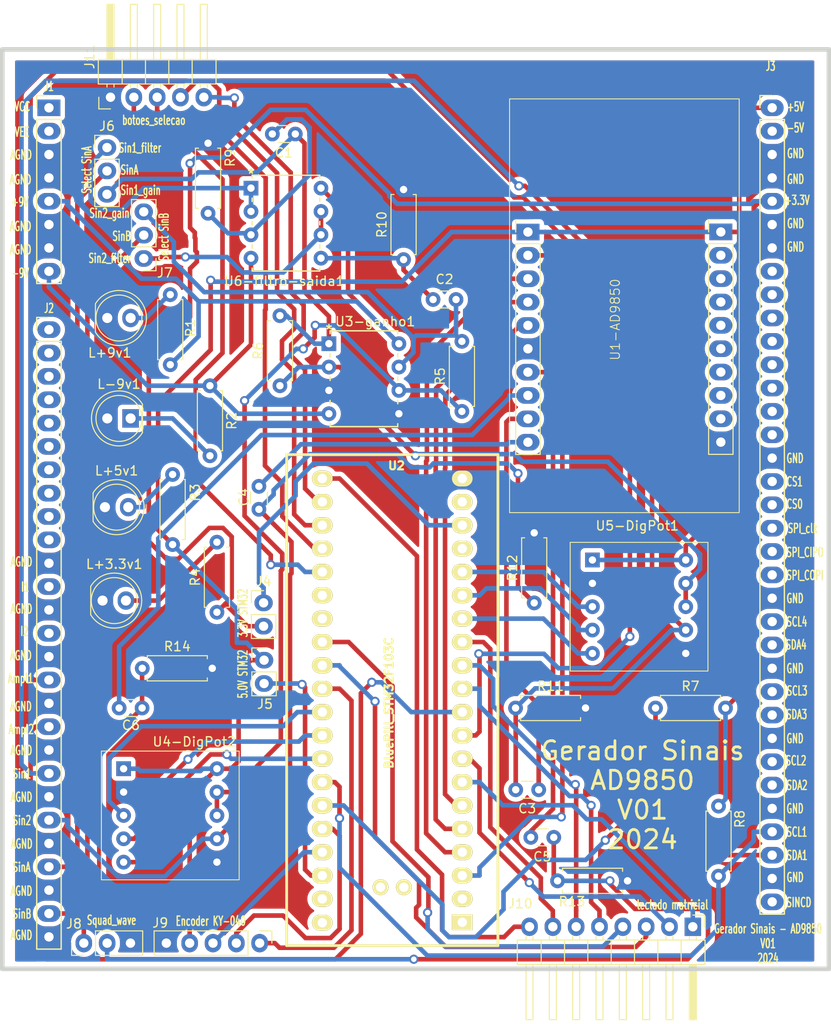
<source format=kicad_pcb>
(kicad_pcb (version 20221018) (generator pcbnew)
  (title_block (title "Barramento V04") (date "2024-02-05") (rev "v04") (company "EITduino") (comment 1 "Autor: Gustavo Pinheiro") (comment 2 "Barramento proposto para uma placa 90x100 mm") (comment 3 "placa de face dupla") (comment 4 "Pinos AGND e DGND"))
  (layers (0 "F.Cu" signal) (31 "B.Cu" signal) (34 "B.Paste" user) (35 "F.Paste" user) (36 "B.SilkS" user "B.Silkscreen") (37 "F.SilkS" user "F.Silkscreen") (38 "B.Mask" user) (39 "F.Mask" user) (44 "Edge.Cuts" user))
  (net 0 "")
  (net 1 "+9V")
  (net 2 "-9V")
  (net 3 "+5V")
  (net 4 "-5V")
  (net 5 "+3.3V")
  (net 12 "Earth")
  (net 14 "I1")
  (net 15 "I2")
  (net 16 "Ampl1")
  (net 17 "Ampl2")
  (net 18 "Sin1")
  (net 19 "Sin2")
  (net 20 "SinA")
  (net 21 "SinB")
  (net 23 "SPI_COPI")
  (net 24 "SPI_CIPO")
  (net 25 "SPI_clk")
  (net 26 "CS1")
  (net 27 "CS0")
  (net 28 "SCL3")
  (net 29 "SDA3")
  (net 30 "SCL2")
  (net 31 "SDA2")
  (net 32 "SCL1")
  (net 33 "SDA1")
  (net 34 "VCC")
  (net 35 "VEE")
  (net 46 "SINCD")
  (net 47 "SCL4")
  (net 48 "SDA4")
  (net 49 "Sin1_gain")
  (net 50 "Net-(U6-filtro-saida1-+IN1)")
  (net 51 "Sin2_gain")
  (net 52 "Net-(U6-filtro-saida1-+IN2)")
  (net 53 "sin_AD1")
  (net 54 "sin_AD2")
  (net 55 "SQ_AD1")
  (net 56 "SQ1")
  (net 57 "SQ_AD2")
  (net 58 "SQ2")
  (net 59 "Net-(J4-Pin_1)")
  (net 60 "Net-(J5-Pin_2)")
  (net 61 "Sin1_filter")
  (net 62 "Sin2_filter")
  (net 63 "En1")
  (net 64 "En2")
  (net 65 "En3")
  (net 66 "M1")
  (net 67 "M2")
  (net 68 "M3")
  (net 69 "M4")
  (net 70 "M5")
  (net 71 "M6")
  (net 72 "M7")
  (net 73 "M8")
  (net 74 "Down_gain")
  (net 75 "Up_gain")
  (net 76 "freq-")
  (net 77 "freq+")
  (net 78 "Net-(U3-ganho1--IN2)")
  (net 79 "Net-(U3-ganho1--IN1)")
  (net 80 "Net-(U1-AD9850-CLK)")
  (net 81 "Net-(U1-AD9850-UD)")
  (net 82 "Net-(U1-AD9850-Serial_Data_(D7))")
  (net 83 "Net-(U1-AD9850-RESET)")
  (net 94 "Pot1_CS_(X9c104)")
  (net 95 "Pot1_X9c10x_U{slash}D")
  (net 96 "Pot1_X9c10x_INC")
  (net 101 "Pot2_X9c10x_INC")
  (net 102 "Pot2_X9c10x_U{slash}D")
  (net 103 "Pot2_CS_(X9c104)")
  (net 108 "Net-(L+3.3v1-A)")
  (net 109 "Net-(L+5v1-A)")
  (net 110 "Net-(L+9v1-A)")
  (net 111 "Net-(L-9v1-K)")
  (footprint "Connector_PinHeader_2.54mm:PinHeader_1x03_P2.54mm_Vertical" (layer "F.Cu") (at 110.475 148 90)
    (fp_text reference "J8")
    (fp_text value "Squad_wave")
  )
  (footprint "Resistor_THT:R_Axial_DIN0207_L6.3mm_D2.5mm_P7.62mm_Horizontal" (layer "F.Cu") (at 119.888 85.09 90)
    (fp_text reference "R1")
    (fp_text value "1.2k")
  )
  (footprint "Capacitor_THT:C_Disc_D3.0mm_W1.6mm_P2.50mm" (layer "F.Cu") (at 151 78 180)
    (fp_text reference "C2")
    (fp_text value "100nF")
  )
  (footprint "Connector_PinHeader_2.54mm:PinHeader_1x02_P2.54mm_Vertical" (layer "F.Cu") (at 130.1 117.225)
    (fp_text reference "J5")
    (fp_text value "5.0V STM32")
  )
  (footprint "Resistor_THT:R_Axial_DIN0207_L6.3mm_D2.5mm_P7.62mm_Horizontal" (layer "F.Cu") (at 116.84 118.11)
    (fp_text reference "R14")
    (fp_text value "160k")
  )
  (footprint "Resistor_THT:R_Axial_DIN0207_L6.3mm_D2.5mm_P7.62mm_Horizontal" (layer "F.Cu") (at 162.052 141.224)
    (fp_text reference "R13")
    (fp_text value "160k")
  )
  (footprint "LED_THT:LED_D5.0mm" (layer "F.Cu") (at 112.517 110.744)
    (fp_text reference "L+3.3v1")
    (fp_text value "LED - Yelow")
  )
  (footprint "AD9850_module:AD9850_module" (layer "F.Cu") (at 168.83 80.18 90)
    (fp_text reference "U1-AD9850")
    (fp_text value "AD9850_module")
  )
  (footprint "Resistor_THT:R_Axial_DIN0207_L6.3mm_D2.5mm_P7.62mm_Horizontal" (layer "F.Cu") (at 151.638 90.17 90)
    (fp_text reference "R5")
    (fp_text value "51k")
  )
  (footprint "Resistor_THT:R_Axial_DIN0207_L6.3mm_D2.5mm_P7.62mm_Horizontal" (layer "F.Cu") (at 124.968 112.014 90)
    (fp_text reference "R4")
    (fp_text value "240")
  )
  (footprint "Connector_PinHeader_2.54mm:PinHeader_1x03_P2.54mm_Vertical" (layer "F.Cu") (at 113 61.475)
    (fp_text reference "J6")
    (fp_text value "Select SinA")
  )
  (footprint "LED_THT:LED_D5.0mm" (layer "F.Cu") (at 113.03 80.01)
    (fp_text reference "L+9v1")
    (fp_text value "LED Blue")
  )
  (footprint "BluePill_STM32:BluePill_STM32F103C" (layer "F.Cu") (at 151.68 145.6792 180)
    (fp_text reference "U2")
    (fp_text value "BluePill_STM32F103C")
  )
  (footprint "Connector_PinHeader_2.54mm:PinHeader_1x35_P2.54mm_Vertical" (layer "F.Cu") (at 185.42 57.15)
    (fp_text reference "J3")
    (fp_text value "comunicacao / sinais digitais" hide)
  )
  (footprint "Resistor_THT:R_Axial_DIN0207_L6.3mm_D2.5mm_P7.62mm_Horizontal" (layer "F.Cu") (at 172.72 122.428)
    (fp_text reference "R7")
    (fp_text value "4k7")
  )
  (footprint "X9c10X_module:X9c10X_module" (layer "F.Cu") (at 170.93 111.41)
    (fp_text reference "U5-DigPot1")
    (fp_text value "X9c10x")
  )
  (footprint "Connector_PinHeader_2.54mm:PinHeader_1x08_P2.54mm_Vertical" (layer "F.Cu") (at 106.68 57.15)
    (fp_text reference "J1")
    (fp_text value "alimentacao analogica" hide)
  )
  (footprint "Capacitor_THT:C_Disc_D3.0mm_W1.6mm_P2.50mm" (layer "F.Cu") (at 129.54 98.318 -90)
    (fp_text reference "C4")
    (fp_text value "100nF")
  )
  (footprint "Resistor_THT:R_Axial_DIN0207_L6.3mm_D2.5mm_P7.62mm_Horizontal" (layer "F.Cu") (at 124 68.62 90)
    (fp_text reference "R9")
    (fp_text value "160k")
  )
  (footprint "Connector_PinHeader_2.54mm:PinHeader_1x27_P2.54mm_Vertical" (layer "F.Cu") (at 106.68 81.28)
    (fp_text reference "J2")
    (fp_text value "sinais analogicos" hide)
  )
  (footprint "LED_THT:LED_D5.0mm" (layer "F.Cu") (at 112.776 100.584)
    (fp_text reference "L+5v1")
    (fp_text value "LED Green")
  )
  (footprint "Connector_PinHeader_2.54mm:PinHeader_1x03_P2.54mm_Vertical" (layer "F.Cu") (at 117 73.54 180)
    (fp_text reference "J7")
    (fp_text value "Select SinB")
  )
  (footprint "Resistor_THT:R_Axial_DIN0207_L6.3mm_D2.5mm_P7.62mm_Horizontal" (layer "F.Cu") (at 179.578 140.716 90)
    (fp_text reference "R8")
    (fp_text value "4k7")
  )
  (footprint "Resistor_THT:R_Axial_DIN0207_L6.3mm_D2.5mm_P7.62mm_Horizontal" (layer "F.Cu") (at 157.48 122.428)
    (fp_text reference "R11")
    (fp_text value "160k")
  )
  (footprint "Resistor_THT:R_Axial_DIN0207_L6.3mm_D2.5mm_P7.62mm_Horizontal" (layer "F.Cu") (at 124.206 87.376 -90)
    (fp_text reference "R2")
    (fp_text value "1.2k")
  )
  (footprint "Capacitor_THT:C_Disc_D3.0mm_W1.6mm_P2.50mm" (layer "F.Cu") (at 159.142 136.496)
    (fp_text reference "C5")
    (fp_text value "100nF")
  )
  (footprint "Resistor_THT:R_Axial_DIN0207_L6.3mm_D2.5mm_P7.62mm_Horizontal" (layer "F.Cu") (at 120.142 104.648 90)
    (fp_text reference "R3")
    (fp_text value "390")
  )
  (footprint "Capacitor_THT:C_Disc_D3.0mm_W1.6mm_P2.50mm" (layer "F.Cu") (at 160 131.318 180)
    (fp_text reference "C3")
    (fp_text value "100nF")
  )
  (footprint "Connector_PinHeader_2.54mm:PinHeader_1x05_P2.54mm_Horizontal" (layer "F.Cu") (at 113.38 56 90)
    (fp_text reference "J11")
    (fp_text value "botoes_selecao")
  )
  (footprint "Connector_PinHeader_2.54mm:PinHeader_1x02_P2.54mm_Vertical" (layer "F.Cu") (at 130.048 110.993)
    (fp_text reference "J4")
    (fp_text value "3.3V STM32")
  )
  (footprint "Resistor_THT:R_Axial_DIN0207_L6.3mm_D2.5mm_P7.62mm_Horizontal" (layer "F.Cu") (at 159.512 110.998 90)
    (fp_text reference "R12")
    (fp_text value "160k")
  )
  (footprint "Resistor_THT:R_Axial_DIN0207_L6.3mm_D2.5mm_P7.62mm_Horizontal" (layer "F.Cu") (at 131.826 87.376 90)
    (fp_text reference "R6")
    (fp_text value "51k")
  )
  (footprint "Resistor_THT:R_Axial_DIN0207_L6.3mm_D2.5mm_P7.62mm_Horizontal" (layer "F.Cu") (at 145.288 73.66 90)
    (fp_text reference "R10")
    (fp_text value "160k")
  )
  (footprint "Capacitor_THT:C_Disc_D3.0mm_W1.6mm_P2.50mm" (layer "F.Cu") (at 114.32 122.428)
    (fp_text reference "C6")
    (fp_text value "100nF")
  )
  (footprint "AD828:AD828" (layer "F.Cu") (at 128.676 65.884)
    (fp_text reference "U6-filtro-saida1")
    (fp_text value "AD828AN")
  )
  (footprint "Connector_PinHeader_2.54mm:PinHeader_1x08_P2.54mm_Horizontal" (layer "F.Cu") (at 176.78 146.22 -90)
    (fp_text reference "J10")
    (fp_text value "teclado matricial")
  )
  (footprint "Connector_PinHeader_2.54mm:PinHeader_1x05_P2.54mm_Vertical" (layer "F.Cu") (at 129.62 148 -90)
    (fp_text reference "J9")
    (fp_text value "Encoder KY-040")
  )
  (footprint "LED_THT:LED_D5.0mm" (layer "F.Cu") (at 115.57 90.932 180)
    (fp_text reference "L-9v1")
    (fp_text value "LED Red")
  )
  (footprint "AD828:AD828" (layer "F.Cu") (at 137.16 82.804)
    (fp_text reference "U3-ganho1")
    (fp_text value "AD828AN")
  )
  (footprint "X9c10X_module:X9c10X_module" (layer "F.Cu") (at 119.888 134.112)
    (fp_text reference "U4-DigPot2")
    (fp_text value "X9c10x")
  )
  (footprint "Capacitor_THT:C_Disc_D3.0mm_W1.6mm_P2.50mm" (layer "F.Cu") (at 133.5 60 180)
    (fp_text reference "C1")
    (fp_text value "100nF")
  )
  (gr_line (start 191.6 50.8) (end 101.6 50.8) (stroke (width 0.5)) (layer "Edge.Cuts"))
  (gr_line (start 191.6 150.8) (end 191.6 50.8) (stroke (width 0.5)) (layer "Edge.Cuts"))
  (gr_line (start 191.59982 150.7998) (end 101.6 150.7998) (stroke (width 0.5)) (layer "Edge.Cuts"))
  (gr_line (start 101.6 50.8) (end 101.6 150.7998) (stroke (width 0.5)) (layer "Edge.Cuts"))
  (gr_text "SDA1" (at 186.8967 138.452966) (layer "F.SilkS") (effects (font (size 1 0.6) (thickness 0.15) bold) (justify left)))
  (gr_text "AGND" (at 102.314418 64.968158) (layer "F.SilkS") (effects (font (size 1 0.6) (thickness 0.15) bold) (justify left)))
  (gr_text "SinA" (at 102.652955 139.742119) (layer "F.SilkS") (effects (font (size 1 0.6) (thickness 0.15) bold) (justify left)))
  (gr_text "SPI_CIPO\n" (at 189 105.5) (layer "F.SilkS") (effects (font (size 1 0.6) (thickness 0.15) bold)))
  (gr_text "GND" (at 186.8967 118.132966) (layer "F.SilkS") (effects (font (size 1 0.6) (thickness 0.15) bold) (justify left)))
  (gr_text "CS1" (at 186.8967 97.812966) (layer "F.SilkS") (effects (font (size 1 0.6) (thickness 0.15) bold) (justify left)))
  (gr_text "Sin1_filter\n" (at 114.2 62.1) (layer "F.SilkS") (effects (font (size 1 0.6)) (justify left bottom)))
  (gr_text "GND" (at 186.955818 72.866258) (layer "F.SilkS") (effects (font (size 1 0.6) (thickness 0.15) bold) (justify left bottom)))
  (gr_text "-9V" (at 102.568418 75.128158) (layer "F.SilkS") (effects (font (size 1 0.6) (thickness 0.15) bold) (justify left)))
  (gr_text "AGND" (at 102.441415 137.208672) (layer "F.SilkS") (effects (font (size 1 0.6) (thickness 0.15) bold) (justify left)))
  (gr_text "AGND" (at 102.415048 112.238762) (layer "F.SilkS") (effects (font (size 1 0.6) (thickness 0.15) bold) (justify left bottom)))
  (gr_text "Sin2_gain\n" (at 111 69.2) (layer "F.SilkS") (effects (font (size 1 0.6)) (justify left bottom)))
  (gr_text "GND" (at 186.8967 125.752966) (layer "F.SilkS") (effects (font (size 1 0.6) (thickness 0.15) bold) (justify left)))
  (gr_text "+3.3V" (at 186.701818 67.786258) (layer "F.SilkS") (effects (font (size 1 0.6) (thickness 0.15) bold) (justify left bottom)))
  (gr_text "SinA\n" (at 114.4 64.5) (layer "F.SilkS") (effects (font (size 1 0.6)) (justify left bottom)))
  (gr_text "GND" (at 186.955818 65.500258) (layer "F.SilkS") (effects (font (size 1 0.6) (thickness 0.15) bold) (justify left bottom)))
  (gr_text "AGND" (at 102.314418 72.588158) (layer "F.SilkS") (effects (font (size 1 0.6) (thickness 0.15) bold) (justify left)))
  (gr_text "GND" (at 186.8967 110.512966) (layer "F.SilkS") (effects (font (size 1 0.6) (thickness 0.15) bold) (justify left)))
  (gr_text "AGND" (at 102.408342 147.725608) (layer "F.SilkS") (effects (font (size 1 0.6) (thickness 0.15) bold) (justify left bottom)))
  (gr_text "Sin1" (at 102.652955 129.582119) (layer "F.SilkS") (effects (font (size 1 0.6) (thickness 0.15) bold) (justify left)))
  (gr_text "Sin1_gain\n" (at 114.4 66.7) (layer "F.SilkS") (effects (font (size 1 0.6)) (justify left bottom)))
  (gr_text "AGND" (at 102.414926 132.122118) (layer "F.SilkS") (effects (font (size 1 0.6) (thickness 0.15) bold) (justify left)))
  (gr_text "+5V\n" (at 186.955818 57.626258) (layer "F.SilkS") (effects (font (size 1 0.6) (thickness 0.15) bold) (justify left bottom)))
  (gr_text "SCL2" (at 186.7967 128.152966) (layer "F.SilkS") (effects (font (size 1 0.6) (thickness 0.15) bold) (justify left)))
  (gr_text "-5V" (at 186.955818 59.912258) (layer "F.SilkS") (effects (font (size 1 0.6) (thickness 0.15) bold) (justify left bottom)))
  (gr_text "AGND" (at 102.373918 62.266501) (layer "F.SilkS") (effects (font (size 1 0.6) (thickness 0.15) bold) (justify left)))
  (gr_text "Gerador Sinais\nAD9850\nV01\n2024" (at 171.3 137.9) (layer "F.SilkS") (effects (font (size 2 2) (thickness 0.3)) (justify bottom)))
  (gr_text "SDA3" (at 186.859509 123.716321) (layer "F.SilkS") (effects (font (size 1 0.6) (thickness 0.15) bold) (justify left bottom)))
  (gr_text "SDA4\n" (at 186.7967 115.552966) (layer "F.SilkS") (effects (font (size 1 0.6) (thickness 0.15) bold) (justify left)))
  (gr_text "Sin2_filter\n" (at 110.9 74.1) (layer "F.SilkS") (effects (font (size 1 0.6)) (justify left bottom)))
  (gr_text "Ampl2" (at 102.190097 124.753588) (layer "F.SilkS") (effects (font (size 1 0.6) (thickness 0.15) bold) (justify left)))
  (gr_text "GND" (at 186.955818 62.706258) (layer "F.SilkS") (effects (font (size 1 0.6) (thickness 0.15) bold) (justify left bottom)))
  (gr_text "SINCD" (at 186.89297 143.574095) (layer "F.SilkS") (effects (font (size 1 0.6) (thickness 0.15) bold) (justify left)))
  (gr_text "AGND" (at 102.314418 70.048158) (layer "F.SilkS") (effects (font (size 1 0.6) (thickness 0.15) bold) (justify left)))
  (gr_text "CS0" (at 186.8967 100.25) (layer "F.SilkS") (effects (font (size 1 0.6) (thickness 0.15) bold) (justify left)))
  (gr_text "VCC" (at 102.822418 57.602158) (layer "F.SilkS") (effects (font (size 1 0.6) (thickness 0.15) bold) (justify left bottom)))
  (gr_text "SinB\n" (at 113.5 71.7) (layer "F.SilkS") (effects (font (size 1 0.6)) (justify left bottom)))
  (gr_text "VEE\n" (at 102.855208 59.778606) (layer "F.SilkS") (effects (font (size 1 0.6) (thickness 0.15) bold) (justify left)))
  (gr_text "I2\n" (at 103.481993 114.67284) (layer "F.SilkS") (effects (font (size 1 0.6) (thickness 0.15) bold) (justify left bottom)))
  (gr_text "SCL4\n" (at 186.8967 113.052966) (layer "F.SilkS") (effects (font (size 1 0.6) (thickness 0.15) bold) (justify left)))
  (gr_text "GND" (at 186.955818 70.326258) (layer "F.SilkS") (effects (font (size 1 0.6) (thickness 0.15) bold) (justify left bottom)))
  (gr_text "SinB" (at 102.652955 144.822119) (layer "F.SilkS") (effects (font (size 1 0.6) (thickness 0.15) bold) (justify left)))
  (gr_text "AGND" (at 102.401941 127.042119) (layer "F.SilkS") (effects (font (size 1 0.6) (thickness 0.15) bold) (justify left)))
  (gr_text "SDA2" (at 186.8967 130.832966) (layer "F.SilkS") (effects (font (size 1 0.6) (thickness 0.15) bold) (justify left)))
  (gr_text "SPI_clk\n" (at 188.75 102.892966) (layer "F.SilkS") (effects (font (size 1 0.6) (thickness 0.15) bold)))
  (gr_text "GND" (at 186.8967 95.272966) (layer "F.SilkS") (effects (font (size 1 0.6) (thickness 0.15) bold) (justify left)))
  (gr_text "AGND" (at 102.352029 117.31861) (layer "F.SilkS") (effects (font (size 1 0.6) (thickness 0.15) bold) (justify left bottom)))
  (gr_text "I1" (at 103.565958 109.262271) (layer "F.SilkS") (effects (font (size 1 0.6) (thickness 0.15) bold) (justify left)))
  (gr_text "GND" (at 186.9078 141.435253) (layer "F.SilkS") (effects (font (size 1 0.6) (thickness 0.15) bold) (justify left bottom)))
  (gr_text "AGND" (at 102.355457 122.273179) (layer "F.SilkS") (effects (font (size 1 0.6) (thickness 0.15) bold) (justify left)))
  (gr_text "AGND" (at 102.408342 142.334851) (layer "F.SilkS") (effects (font (size 1 0.6) (thickness 0.15) bold) (justify left)))
  (gr_text "Sin2\n" (at 102.652955 134.662119) (layer "F.SilkS") (effects (font (size 1 0.6) (thickness 0.15) bold) (justify left)))
  (gr_text "+9V\n" (at 102.53014 67.379378) (layer "F.SilkS") (effects (font (size 1 0.6) (thickness 0.15) bold) (justify left)))
  (gr_text "AGND" (at 102.415048 107.119197) (layer "F.SilkS") (effects (font (size 1 0.6) (thickness 0.15) bold) (justify left bottom)))
  (gr_text "GND" (at 186.8967 133.372966) (layer "F.SilkS") (effects (font (size 1 0.6) (thickness 0.15) bold) (justify left)))
  (gr_text "Gerador Sinais - AD9850\nV01\n2024" (at 184.97 150.24) (layer "F.SilkS") (effects (font (size 1 0.6) (thickness 0.15) bold) (justify bottom)))
  (gr_text "SCL1\n" (at 186.8967 135.912966) (layer "F.SilkS") (effects (font (size 1 0.6) (thickness 0.15) bold) (justify left)))
  (gr_text "SPI_COPI\n" (at 189 108) (layer "F.SilkS") (effects (font (size 1 0.6) (thickness 0.15) bold)))
  (gr_text "SCL3" (at 186.923306 121.14851) (layer "F.SilkS") (effects (font (size 1 0.6) (thickness 0.15) bold) (justify left bottom)))
  (gr_text "Ampl1" (at 102.123953 119.79277) (layer "F.SilkS") (effects (font (size 1 0.6) (thickness 0.15) bold) (justify left bottom)))
  (segment (start 139.2451 68.8331) (end 136.296 65.884) (width 0.5) (layer "F.Cu") (net 1))
  (segment (start 139.2451 77.2691) (end 139.2451 68.8331) (width 0.5) (layer "F.Cu") (net 1))
  (segment (start 144.78 82.804) (end 139.2451 77.2691) (width 0.5) (layer "F.Cu") (net 1))
  (segment (start 108.6819 67.6741) (end 108.6819 67.31) (width 0.5) (layer "B.Cu") (net 1))
  (segment (start 122.9709 78.1976) (end 120.5089 75.7356) (width 0.5) (layer "B.Cu") (net 1))
  (segment (start 122.9709 82.0071) (end 122.9709 78.1976) (width 0.5) (layer "B.Cu") (net 1))
  (segment (start 140.1736 78.1976) (end 122.9709 78.1976) (width 0.5) (layer "B.Cu") (net 1))
  (segment (start 144.78 82.804) (end 140.1736 78.1976) (width 0.5) (layer "B.Cu") (net 1))
  (segment (start 106.68 67.31) (end 108.6819 67.31) (width 0.5) (layer "B.Cu") (net 1))
  (segment (start 119.888 85.09) (end 122.9709 82.0071) (width 0.5) (layer "B.Cu") (net 1))
  (segment (start 116.7434 75.7356) (end 108.6819 67.6741) (width 0.5) (layer "B.Cu") (net 1))
  (segment (start 120.5089 75.7356) (end 116.7434 75.7356) (width 0.5) (layer "B.Cu") (net 1))
  (segment (start 128.676 82.906) (end 124.206 87.376) (width 0.5) (layer "F.Cu") (net 2))
  (segment (start 128.676 73.504) (end 128.676 82.906) (width 0.5) (layer "F.Cu") (net 2))
  (segment (start 127.254 90.424) (end 124.206 87.376) (width 0.5) (layer "B.Cu") (net 2))
  (segment (start 124.206 87.376) (end 117.4076 87.376) (width 0.5) (layer "B.Cu") (net 2))
  (segment (start 137.16 90.424) (end 127.254 90.424) (width 0.5) (layer "B.Cu") (net 2))
  (segment (start 117.4076 87.376) (end 106.68 76.6484) (width 0.5) (layer "B.Cu") (net 2))
  (segment (start 106.68 76.6484) (end 106.68 74.93) (width 0.5) (layer "B.Cu") (net 2))
  (segment (start 179.83 70.65) (end 181.8319 70.65) (width 0.5) (layer "F.Cu") (net 3))
  (segment (start 122 148) (end 122 132) (width 0.5) (layer "F.Cu") (net 3))
  (segment (start 122 132) (end 124.968 129.032) (width 0.5) (layer "F.Cu") (net 3))
  (segment (start 181.8319 98.9562) (end 176.01 104.7781) (width 0.5) (layer "F.Cu") (net 3))
  (segment (start 176.01 106.33) (end 176.01 104.7781) (width 0.5) (layer "F.Cu") (net 3))
  (segment (start 126.5199 129.032) (end 124.968 129.032) (width 0.5) (layer "F.Cu") (net 3))
  (segment (start 183.4181 57.15) (end 181.8319 58.7362) (width 0.5) (layer "F.Cu") (net 3))
  (segment (start 127.3294 128.2225) (end 126.5199 129.032) (width 0.5) (layer "F.Cu") (net 3))
  (segment (start 127.3294 118.5706) (end 127.3294 128.2225) (width 0.5) (layer "F.Cu") (net 3))
  (segment (start 185.42 57.15) (end 183.4181 57.15) (width 0.5) (layer "F.Cu") (net 3))
  (segment (start 118.5642 89.1954) (end 118.5642 103.0702) (width 0.5) (layer "F.Cu") (net 3))
  (segment (start 124.2849 75.9074) (end 124.2849 83.4747) (width 0.5) (layer "F.Cu") (net 3))
  (segment (start 181.8319 70.65) (end 181.8319 98.9562) (width 0.5) (layer "F.Cu") (net 3))
  (segment (start 130.1 117.225) (end 128.675 117.225) (width 0.5) (layer "F.Cu") (net 3))
  (segment (start 128.675 117.225) (end 127.3294 118.5706) (width 0.5) (layer "F.Cu") (net 3))
  (segment (start 181.8319 58.7362) (end 181.8319 70.65) (width 0.5) (layer "F.Cu") (net 3))
  (segment (start 124.2849 83.4747) (end 118.5642 89.1954) (width 0.5) (layer "F.Cu") (net 3))
  (segment (start 118.5642 103.0702) (end 120.142 104.648) (width 0.5) (layer "F.Cu") (net 3))
  (via (at 124.2849 75.9074) (size 1) (drill 0.6) (layers "F.Cu" "B.Cu") (net 3))
  (segment (start 127.1392 115.3273) (end 128.2023 115.3273) (width 0.5) (layer "B.Cu") (net 3))
  (segment (start 165.85 106.33) (end 176.01 106.33) (width 0.5) (layer "B.Cu") (net 3))
  (segment (start 123.4161 129.032) (end 123.1687 129.2794) (width 0.5) (layer "B.Cu") (net 3))
  (segment (start 124.4368 76.0593) (end 124.2849 75.9074) (width 0.5) (layer "B.Cu") (net 3))
  (segment (start 114.808 129.032) (end 116.3599 129.032) (width 0.5) (layer "B.Cu") (net 3))
  (segment (start 145.1079 76.0593) (end 124.4368 76.0593) (width 0.5) (layer "B.Cu") (net 3))
  (segment (start 177.8181 70.66) (end 177.8281 70.65) (width 0.5) (layer "B.Cu") (net 3))
  (segment (start 116.6073 129.2794) (end 116.3599 129.032) (width 0.5) (layer "B.Cu") (net 3))
  (segment (start 179.83 70.65) (end 177.8281 70.65) (width 0.5) (layer "B.Cu") (net 3))
  (segment (start 150.5072 70.66) (end 145.1079 76.0593) (width 0.5) (layer "B.Cu") (net 3))
  (segment (start 123.1687 129.2794) (end 116.6073 129.2794) (width 0.5) (layer "B.Cu") (net 3))
  (segment (start 120.142 104.648) (end 127.1392 111.6452) (width 0.5) (layer "B.Cu") (net 3))
  (segment (start 127.1392 111.6452) (end 127.1392 115.3273) (width 0.5) (layer "B.Cu") (net 3))
  (segment (start 158.83 70.66) (end 177.8181 70.66) (width 0.5) (layer "B.Cu") (net 3))
  (segment (start 158.83 70.66) (end 150.5072 70.66) (width 0.5) (layer "B.Cu") (net 3))
  (segment (start 124.968 129.032) (end 123.4161 129.032) (width 0.5) (layer "B.Cu") (net 3))
  (segment (start 128.2023 115.3273) (end 130.1 117.225) (width 0.5) (layer "B.Cu") (net 3))
  (segment (start 126.5759 103.7975) (end 125.6205 102.8421) (width 0.5) (layer "F.Cu") (net 5))
  (segment (start 124.1426 102.8421) (end 120.7751 106.2096) (width 0.5) (layer "F.Cu") (net 5))
  (segment (start 122.7838 73.8944) (end 122.7838 72.857) (width 0.5) (layer "F.Cu") (net 5))
  (segment (start 125.8726 111.1094) (end 124.968 112.014) (width 0.5) (layer "F.Cu") (net 5))
  (segment (start 117.5513 104.3061) (end 117.5513 84.3757) (width 0.5) (layer "F.Cu") (net 5))
  (segment (start 125.6205 102.8421) (end 124.1426 102.8421) (width 0.5) (layer "F.Cu") (net 5))
  (segment (start 122.5562 71.2769) (end 122.5562 70.7024) (width 0.5) (layer "F.Cu") (net 5))
  (segment (start 122.0431 63.2032) (end 122.042 63.2021) (width 0.5) (layer "F.Cu") (net 5))
  (segment (start 122.0431 74.6351) (end 122.7838 73.8944) (width 0.5) (layer "F.Cu") (net 5))
  (segment (start 122.7838 72.857) (end 122.6217 72.6949) (width 0.5) (layer "F.Cu") (net 5))
  (segment (start 128.2961 113.533) (end 125.8726 111.1094) (width 0.5) (layer "F.Cu") (net 5))
  (segment (start 122.6217 71.3424) (end 122.5562 71.2769) (width 0.5) (layer "F.Cu") (net 5))
  (segment (start 122.6217 72.6949) (end 122.6217 71.3424) (width 0.5) (layer "F.Cu") (net 5))
  (segment (start 122.0431 79.8839) (end 122.0431 74.6351) (width 0.5) (layer "F.Cu") (net 5))
  (segment (start 183.4181 119.3499) (end 180.34 122.428) (width 0.5) (layer "F.Cu") (net 5))
  (segment (start 122.0431 70.1893) (end 122.0431 63.2032) (width 0.5) (layer "F.Cu") (net 5))
  (segment (start 183.4181 68) (end 183.4181 119.3499) (width 0.5) (layer "F.Cu") (net 5))
  (segment (start 117.5513 84.3757) (end 122.0431 79.8839) (width 0.5) (layer "F.Cu") (net 5))
  (segment (start 125.8726 111.1094) (end 125.8725 111.1094) (width 0.5) (layer "F.Cu") (net 5))
  (segment (start 185.42 67.31) (end 184.1081 67.31) (width 0.5) (layer "F.Cu") (net 5))
  (segment (start 126.5759 110.406) (end 126.5759 103.7975) (width 0.5) (layer "F.Cu") (net 5))
  (segment (start 184.1081 67.31) (end 183.4181 68) (width 0.5) (layer "F.Cu") (net 5))
  (segment (start 122.5562 70.7024) (end 122.0431 70.1893) (width 0.5) (layer "F.Cu") (net 5))
  (segment (start 119.4548 106.2096) (end 117.5513 104.3061) (width 0.5) (layer "F.Cu") (net 5))
  (segment (start 120.7751 106.2096) (end 119.4548 106.2096) (width 0.5) (layer "F.Cu") (net 5))
  (segment (start 125.8725 111.1094) (end 126.5759 110.406) (width 0.5) (layer "F.Cu") (net 5))
  (segment (start 130.048 113.533) (end 128.2961 113.533) (width 0.5) (layer "F.Cu") (net 5))
  (via (at 122.042 63.2021) (size 1) (drill 0.6) (layers "F.Cu" "B.Cu") (net 5))
  (segment (start 183.4181 67.31) (end 183.1351 67.593) (width 0.5) (layer "B.Cu") (net 5))
  (segment (start 179.578 133.096) (end 180.34 132.334) (width 0.5) (layer "B.Cu") (net 5))
  (segment (start 134.6244 57.374) (end 130.8121 57.374) (width 0.5) (layer "B.Cu") (net 5))
  (segment (start 143.7361 66.4857) (end 134.6244 57.374) (width 0.5) (layer "B.Cu") (net 5))
  (segment (start 122.6922 62.5519) (end 122.042 63.2021) (width 0.5) (layer "B.Cu") (net 5))
  (segment (start 180.34 132.334) (end 180.34 122.428) (width 0.5) (layer "B.Cu") (net 5))
  (segment (start 143.7361 66.7443) (end 143.7361 66.4857) (width 0.5) (layer "B.Cu") (net 5))
  (segment (start 130.8121 57.374) (end 125.6342 62.5519) (width 0.5) (layer "B.Cu") (net 5))
  (segment (start 185.42 67.31) (end 183.4181 67.31) (width 0.5) (layer "B.Cu") (net 5))
  (segment (start 144.5848 67.593) (end 143.7361 66.7443) (width 0.5) (layer "B.Cu") (net 5))
  (segment (start 183.1351 67.593) (end 144.5848 67.593) (width 0.5) (layer "B.Cu") (net 5))
  (segment (start 125.6342 62.5519) (end 122.6922 62.5519) (width 0.5) (layer "B.Cu") (net 5))
  (segment (start 153.2955 94.239) (end 153.2955 86.8926) (width 0.5) (layer "F.Cu") (net 12))
  (segment (start 165.85 108.87) (end 164.2904 110.4296) (width 0.5) (layer "F.Cu") (net 12))
  (segment (start 151.68 95.8545) (end 153.2955 94.239) (width 0.5) (layer "F.Cu") (net 12))
  (segment (start 176.01 116.49) (end 174.4581 116.49) (width 0.5) (layer "F.Cu") (net 12))
  (segment (start 158.83 83.36) (end 156.8281 83.36) (width 0.5) (layer "F.Cu") (net 12))
  (segment (start 146.3322 88.8718) (end 144.78 90.424) (width 0.5) (layer "F.Cu") (net 12))
  (segment (start 151.68 97.47) (end 151.68 95.8545) (width 0.5) (layer "F.Cu") (net 12))
  (segment (start 143.7308 67.5972) (end 143.7308 76.6035) (width 0.5) (layer "F.Cu") (net 12))
  (segment (start 143.7308 76.6035) (end 146.3322 79.2049) (width 0.5) (layer "F.Cu") (net 12))
  (segment (start 146.3322 79.2049) (end 146.3322 88.8718) (width 0.5) (layer "F.Cu") (net 12))
  (segment (start 165.1 121.3641) (end 165.1 122.428) (width 0.5) (layer "F.Cu") (net 12))
  (segment (start 169.584 121.3641) (end 174.4581 116.49) (width 0.5) (layer "F.Cu") (net 12))
  (segment (start 153.2955 86.8926) (end 156.8281 83.36) (width 0.5) (layer "F.Cu") (net 12))
  (segment (start 165.1 121.3641) (end 169.584 121.3641) (width 0.5) (layer "F.Cu") (net 12))
  (segment (start 164.2904 120.5545) (end 165.1 121.3641) (width 0.5) (layer "F.Cu") (net 12))
  (segment (start 145.288 66.04) (end 143.7308 67.5972) (width 0.5) (layer "F.Cu") (net 12))
  (segment (start 164.2904 110.4296) (end 164.2904 120.5545) (width 0.5) (layer "F.Cu") (net 12))
  (segment (start 142.24 87.884) (end 144.78 90.424) (width 0.5) (layer "B.Cu") (net 12))
  (segment (start 106.68 62.23) (end 107.681 62.23) (width 0.5) (layer "B.Cu") (net 12))
  (segment (start 151.68 97.47) (end 153.604 97.47) (width 0.5) (layer "B.Cu") (net 12))
  (segment (start 153.2545 86.9336) (end 153.2545 90.8) (width 0.5) (layer "B.Cu") (net 12))
  (segment (start 164.2981 108.1641) (end 159.512 103.378) (width 0.5) (layer "B.Cu") (net 12))
  (segment (start 165.85 108.87) (end 164.2981 108.87) (width 0.5) (layer "B.Cu") (net 12))
  (segment (start 152.322 91.7325) (end 146.0885 91.7325) (width 0.5) (layer "B.Cu") (net 12))
  (segment (start 106.68 69.85) (end 105.6791 69.85) (width 0.5) (layer "B.Cu") (net 12))
  (segment (start 153.604 97.47) (end 159.512 103.378) (width 0.5) (layer "B.Cu") (net 12))
  (segment (start 153.2545 90.8) (end 152.322 91.7325) (width 0.5) (layer "B.Cu") (net 12))
  (segment (start 158.83 83.36) (end 156.8281 83.36) (width 0.5) (layer "B.Cu") (net 12))
  (segment (start 146.0885 91.7325) (end 144.78 90.424) (width 0.5) (layer "B.Cu") (net 12))
  (segment (start 164.2981 108.87) (end 164.2981 108.1641) (width 0.5) (layer "B.Cu") (net 12))
  (segment (start 137.16 87.884) (end 142.24 87.884) (width 0.5) (layer "B.Cu") (net 12))
  (segment (start 156.8281 83.36) (end 153.2545 86.9336) (width 0.5) (layer "B.Cu") (net 12))
  (segment (start 185.42 72.39) (end 184.4191 72.39) (width 0.5) (layer "B.Cu") (net 12))
  (segment (start 153.5569 116.6096) (end 153.4806 116.5333) (width 0.5) (layer "F.Cu") (net 16))
  (segment (start 105.0581 119.38) (end 106.68 119.38) (width 0.5) (layer "F.Cu") (net 16))
  (segment (start 151.68 125.41) (end 153.1469 125.41) (width 0.5) (layer "F.Cu") (net 16))
  (segment (start 104.6781 55.9318) (end 104.6781 119) (width 0.5) (layer "F.Cu") (net 16))
  (segment (start 158.3228 66.8915) (end 157.3236 66.8915) (width 0.5) (layer "F.Cu") (net 16))
  (segment (start 169.9296 78.4983) (end 158.3228 66.8915) (width 0.5) (layer "F.Cu") (net 16))
  (segment (start 153.5569 125) (end 153.5569 116.6096) (width 0.5) (layer "F.Cu") (net 16))
  (segment (start 153.1469 125.41) (end 153.5569 125) (width 0.5) (layer "F.Cu") (net 16))
  (segment (start 107.4169 53.193) (end 104.6781 55.9318) (width 0.5) (layer "F.Cu") (net 16))
  (segment (start 169.9296 114.6502) (end 169.9296 78.4983) (width 0.5) (layer "F.Cu") (net 16))
  (segment (start 143.6251 53.193) (end 107.4169 53.193) (width 0.5) (layer "F.Cu") (net 16))
  (segment (start 104.6781 119) (end 105.0581 119.38) (width 0.5) (layer "F.Cu") (net 16))
  (segment (start 157.3236 66.8915) (end 143.6251 53.193) (width 0.5) (layer "F.Cu") (net 16))
  (via (at 169.9296 114.6502) (size 1) (drill 0.6) (layers "F.Cu" "B.Cu") (net 16))
  (via (at 153.4806 116.5333) (size 1) (drill 0.6) (layers "F.Cu" "B.Cu") (net 16))
  (segment (start 166.4879 118.0919) (end 169.9296 114.6502) (width 0.5) (layer "B.Cu") (net 16))
  (segment (start 153.4806 116.5333) (end 160.5723 116.5333) (width 0.5) (layer "B.Cu") (net 16))
  (segment (start 160.5723 116.5333) (end 162.1309 118.0919) (width 0.5) (layer "B.Cu") (net 16))
  (segment (start 162.1309 118.0919) (end 166.4879 118.0919) (width 0.5) (layer "B.Cu") (net 16))
  (segment (start 106.4215 149.7547) (end 137.8803 149.7547) (width 0.5) (layer "F.Cu") (net 17))
  (segment (start 104.6781 148.0113) (end 106.4215 149.7547) (width 0.5) (layer "F.Cu") (net 17))
  (segment (start 104.6781 125) (end 104.6781 148.0113) (width 0.5) (layer "F.Cu") (net 17))
  (segment (start 106.68 124.46) (end 105.2181 124.46) (width 0.5) (layer "F.Cu") (net 17))
  (segment (start 140.6403 120.8216) (end 141.8298 119.6321) (width 0.5) (layer "F.Cu") (net 17))
  (segment (start 105.2181 124.46) (end 104.6781 125) (width 0.5) (layer "F.Cu") (net 17))
  (segment (start 140.6403 146.9947) (end 140.6403 120.8216) (width 0.5) (layer "F.Cu") (net 17))
  (segment (start 137.8803 149.7547) (end 140.6403 146.9947) (width 0.5) (layer "F.Cu") (net 17))
  (via (at 141.8298 119.6321) (size 1) (drill 0.6) (layers "F.Cu" "B.Cu") (net 17))
  (segment (start 151.68 122.87) (end 146.119 122.87) (width 0.5) (layer "B.Cu") (net 17))
  (segment (start 142.8811 119.6321) (end 141.8298 119.6321) (width 0.5) (layer "B.Cu") (net 17))
  (segment (start 146.119 122.87) (end 142.8811 119.6321) (width 0.5) (layer "B.Cu") (net 17))
  (segment (start 157.5 122.448) (end 157.5 131.318) (width 0.5) (layer "F.Cu") (net 18))
  (segment (start 172.3411 79.475) (end 172.3411 110.2811) (width 0.5) (layer "F.Cu") (net 18))
  (segment (start 158.5057 65.6396) (end 172.3411 79.475) (width 0.5) (layer "F.Cu") (net 18))
  (segment (start 157.48 122.428) (end 157.5 122.448) (width 0.5) (layer "F.Cu") (net 18))
  (segment (start 157.8422 65.6396) (end 158.5057 65.6396) (width 0.5) (layer "F.Cu") (net 18))
  (segment (start 172.3411 110.2811) (end 176.01 113.95) (width 0.5) (layer "F.Cu") (net 18))
  (via (at 157.8422 65.6396) (size 1) (drill 0.6) (layers "F.Cu" "B.Cu") (net 18))
  (segment (start 168.1156 120.2925) (end 174.4581 113.95) (width 0.5) (layer "B.Cu") (net 18))
  (segment (start 157.8422 65.6396) (end 146.4139 54.2113) (width 0.5) (layer "B.Cu") (net 18))
  (segment (start 146.4139 54.2113) (end 106.3397 54.2113) (width 0.5) (layer "B.Cu") (net 18))
  (segment (start 106.3397 54.2113) (end 103.6762 56.8748) (width 0.5) (layer "B.Cu") (net 18))
  (segment (start 103.6762 56.8748) (end 103.6762 128.5381) (width 0.5) (layer "B.Cu") (net 18))
  (segment (start 157.48 122.428) (end 159.6155 120.2925) (width 0.5) (layer "B.Cu") (net 18))
  (segment (start 106.68 129.54) (end 104.6781 129.54) (width 0.5) (layer "B.Cu") (net 18))
  (segment (start 176.01 113.95) (end 174.4581 113.95) (width 0.5) (layer "B.Cu") (net 18))
  (segment (start 159.6155 120.2925) (end 168.1156 120.2925) (width 0.5) (layer "B.Cu") (net 18))
  (segment (start 103.6762 128.5381) (end 104.6781 129.54) (width 0.5) (layer "B.Cu") (net 18))
  (segment (start 129.54 100.818) (end 133.0829 104.3609) (width 0.5) (layer "F.Cu") (net 19))
  (segment (start 157.7457 96.923) (end 157.7457 109.2317) (width 0.5) (layer "F.Cu") (net 19))
  (segment (start 133.0829 104.3609) (end 133.0829 107.7778) (width 0.5) (layer "F.Cu") (net 19))
  (segment (start 132.9238 107.9369) (end 132.9238 128.6962) (width 0.5) (layer "F.Cu") (net 19))
  (segment (start 157.7457 109.2317) (end 159.512 110.998) (width 0.5) (layer "F.Cu") (net 19))
  (segment (start 132.9238 128.6962) (end 124.968 136.652) (width 0.5) (layer "F.Cu") (net 19))
  (segment (start 133.0829 107.7778) (end 132.9238 107.9369) (width 0.5) (layer "F.Cu") (net 19))
  (via (at 157.7457 96.923) (size 1) (drill 0.6) (layers "F.Cu" "B.Cu") (net 19))
  (segment (start 148.1196 96.2488) (end 148.5408 95.8276) (width 0.5) (layer "B.Cu") (net 19))
  (segment (start 156.6503 95.8276) (end 157.7457 96.923) (width 0.5) (layer "B.Cu") (net 19))
  (segment (start 106.68 134.62) (end 108.6819 134.62) (width 0.5) (layer "B.Cu") (net 19))
  (segment (start 146.0578 96.2488) (end 148.1196 96.2488) (width 0.5) (layer "B.Cu") (net 19))
  (segment (start 131.1428 99.2152) (end 131.1428 98.724) (width 0.5) (layer "B.Cu") (net 19))
  (segment (start 129.54 100.818) (end 131.1428 99.2152) (width 0.5) (layer "B.Cu") (net 19))
  (segment (start 148.5408 95.8276) (end 156.6503 95.8276) (width 0.5) (layer "B.Cu") (net 19))
  (segment (start 131.1428 98.724) (end 135.0428 94.824) (width 0.5) (layer "B.Cu") (net 19))
  (segment (start 119.315 140.7531) (end 123.4161 136.652) (width 0.5) (layer "B.Cu") (net 19))
  (segment (start 114.1702 140.7531) (end 119.315 140.7531) (width 0.5) (layer "B.Cu") (net 19))
  (segment (start 124.968 136.652) (end 123.4161 136.652) (width 0.5) (layer "B.Cu") (net 19))
  (segment (start 135.0428 94.824) (end 144.633 94.824) (width 0.5) (layer "B.Cu") (net 19))
  (segment (start 108.6819 135.2648) (end 114.1702 140.7531) (width 0.5) (layer "B.Cu") (net 19))
  (segment (start 108.6819 134.62) (end 108.6819 135.2648) (width 0.5) (layer "B.Cu") (net 19))
  (segment (start 144.633 94.824) (end 146.0578 96.2488) (width 0.5) (layer "B.Cu") (net 19))
  (segment (start 109.7735 138.6084) (end 108.6819 139.7) (width 0.5) (layer "F.Cu") (net 20))
  (segment (start 109.7735 67.2415) (end 109.7735 138.6084) (width 0.5) (layer "F.Cu") (net 20))
  (segment (start 113 64.015) (end 109.7735 67.2415) (width 0.5) (layer "F.Cu") (net 20))
  (segment (start 106.68 139.7) (end 108.6819 139.7) (width 0.5) (layer "F.Cu") (net 20))
  (segment (start 110.8651 77.1349) (end 117 71) (width 0.5) (layer "F.Cu") (net 21))
  (segment (start 108.6819 144.78) (end 110.8651 142.5968) (width 0.5) (layer "F.Cu") (net 21))
  (segment (start 110.8651 142.5968) (end 110.8651 77.1349) (width 0.5) (layer "F.Cu") (net 21))
  (segment (start 106.68 144.78) (end 108.6819 144.78) (width 0.5) (layer "F.Cu") (net 21))
  (segment (start 137.8069 130.49) (end 138.3169 131) (width 0.5) (layer "F.Cu") (net 32))
  (segment (start 138.3169 131) (end 138.3169 134.4122) (width 0.5) (layer "F.Cu") (net 32))
  (segment (start 136.44 130.49) (end 137.8069 130.49) (width 0.5) (layer "F.Cu") (net 32))
  (via (at 138.3169 134.4122) (size 1) (drill 0.6) (layers "F.Cu" "B.Cu") (net 32))
  (segment (start 185.42 135.89) (end 183.4181 135.89) (width 0.5) (layer "B.Cu") (net 32))
  (segment (start 147.8753 149.3571) (end 138.3169 139.7987) (width 0.5) (layer "B.Cu") (net 32))
  (segment (start 179.578 140.716) (end 179.578 146.4041) (width 0.5) (layer "B.Cu") (net 32))
  (segment (start 183.4181 135.89) (end 183.4181 136.8759) (width 0.5) (layer "B.Cu") (net 32))
  (segment (start 138.3169 139.7987) (end 138.3169 134.4122) (width 0.5) (layer "B.Cu") (net 32))
  (segment (start 183.4181 136.8759) (end 179.578 140.716) (width 0.5) (layer "B.Cu") (net 32))
  (segment (start 179.578 146.4041) (end 176.625 149.3571) (width 0.5) (layer "B.Cu") (net 32))
  (segment (start 176.625 149.3571) (end 147.8753 149.3571) (width 0.5) (layer "B.Cu") (net 32))
  (segment (start 172.72 132.3757) (end 171.6918 132.3757) (width 0.5) (layer "F.Cu") (net 33))
  (segment (start 183.669 138.43) (end 183.4196 138.43) (width 0.5) (layer "F.Cu") (net 33))
  (segment (start 171.6918 132.3757) (end 167.2537 136.8138) (width 0.5) (layer "F.Cu") (net 33))
  (segment (start 178.7743 138.43) (end 172.72 132.3757) (width 0.5) (layer "F.Cu") (net 33))
  (segment (start 183.4181 138.43) (end 178.7743 138.43) (width 0.5) (layer "F.Cu") (net 33))
  (segment (start 185.42 138.43) (end 183.669 138.43) (width 0.5) (layer "F.Cu") (net 33))
  (segment (start 172.72 122.428) (end 172.72 132.3757) (width 0.5) (layer "F.Cu") (net 33))
  (segment (start 183.4196 138.43) (end 183.4181 138.43) (width 0.5) (layer "F.Cu") (net 33))
  (via (at 167.2537 136.8138) (size 1) (drill 0.6) (layers "F.Cu" "B.Cu") (net 33))
  (segment (start 153.1573 147.3455) (end 156.1701 144.3327) (width 0.5) (layer "B.Cu") (net 33))
  (segment (start 150.2436 147.3455) (end 153.1573 147.3455) (width 0.5) (layer "B.Cu") (net 33))
  (segment (start 138.7651 133.03) (end 149.514 143.7789) (width 0.5) (layer "B.Cu") (net 33))
  (segment (start 156.1701 142.4024) (end 159.6248 138.9477) (width 0.5) (layer "B.Cu") (net 33))
  (segment (start 149.514 146.6159) (end 150.2436 147.3455) (width 0.5) (layer "B.Cu") (net 33))
  (segment (start 156.1701 144.3327) (end 156.1701 142.4024) (width 0.5) (layer "B.Cu") (net 33))
  (segment (start 159.6248 138.9477) (end 165.1198 138.9477) (width 0.5) (layer "B.Cu") (net 33))
  (segment (start 149.514 143.7789) (end 149.514 146.6159) (width 0.5) (layer "B.Cu") (net 33))
  (segment (start 136.44 133.03) (end 138.7651 133.03) (width 0.5) (layer "B.Cu") (net 33))
  (segment (start 165.1198 138.9477) (end 167.2537 136.8138) (width 0.5) (layer "B.Cu") (net 33))
  (segment (start 137.16 82.804) (end 137.16 81.2521) (width 0.5) (layer "F.Cu") (net 49))
  (segment (start 134.5019 77.1703) (end 134.5019 61.0019) (width 0.5) (layer "F.Cu") (net 49))
  (segment (start 137.16 81.2521) (end 137.16 79.8284) (width 0.5) (layer "F.Cu") (net 49))
  (segment (start 134.5019 61.0019) (end 133.5 60) (width 0.5) (layer "F.Cu") (net 49))
  (segment (start 137.16 79.8284) (end 134.5019 77.1703) (width 0.5) (layer "F.Cu") (net 49))
  (segment (start 122.2327 64.8836) (end 114.6714 64.8836) (width 0.5) (layer "B.Cu") (net 49))
  (segment (start 122.9445 64.1718) (end 122.2327 64.8836) (width 0.5) (layer "B.Cu") (net 49))
  (segment (start 132.5601 79.756) (end 131.826 79.756) (width 0.5) (layer "B.Cu") (net 49))
  (segment (start 135.6081 82.804) (end 132.5601 79.756) (width 0.5) (layer "B.Cu") (net 49))
  (segment (start 129.3282 64.1718) (end 122.9445 64.1718) (width 0.5) (layer "B.Cu") (net 49))
  (segment (start 133.5 60) (end 129.3282 64.1718) (width 0.5) (layer "B.Cu") (net 49))
  (segment (start 114.6714 64.8836) (end 113 66.555) (width 0.5) (layer "B.Cu") (net 49))
  (segment (start 137.16 82.804) (end 135.6081 82.804) (width 0.5) (layer "B.Cu") (net 49))
  (segment (start 135.0599 59.2898) (end 135.0599 64.4063) (width 0.5) (layer "B.Cu") (net 50))
  (segment (start 128.676 70.7902) (end 126.1702 70.7902) (width 0.5) (layer "B.Cu") (net 50))
  (segment (start 132.5906 58.4094) (end 134.1795 58.4094) (width 0.5) (layer "B.Cu") (net 50))
  (segment (start 131 60) (end 132.5906 58.4094) (width 0.5) (layer "B.Cu") (net 50))
  (segment (start 126.1702 70.7902) (end 124 68.62) (width 0.5) (layer "B.Cu") (net 50))
  (segment (start 135.0599 64.4063) (end 128.676 70.7902) (width 0.5) (layer "B.Cu") (net 50))
  (segment (start 128.676 70.7902) (end 128.676 70.964) (width 0.5) (layer "B.Cu") (net 50))
  (segment (start 134.1795 58.4094) (end 135.0599 59.2898) (width 0.5) (layer "B.Cu") (net 50))
  (segment (start 141.3713 77.1942) (end 146.3681 82.191) (width 0.5) (layer "B.Cu") (net 51))
  (segment (start 146.6471 81.912) (end 146.3681 82.191) (width 0.5) (layer "B.Cu") (net 51))
  (segment (start 120.28 73.8943) (end 123.5799 77.1942) (width 0.5) (layer "B.Cu") (net 51))
  (segment (start 151 81.912) (end 146.6471 81.912) (width 0.5) (layer "B.Cu") (net 51))
  (segment (start 117 68.46) (end 120.28 71.74) (width 0.5) (layer "B.Cu") (net 51))
  (segment (start 123.5799 77.1942) (end 141.3713 77.1942) (width 0.5) (layer "B.Cu") (net 51))
  (segment (start 146.3681 82.191) (end 146.3681 83.7559) (width 0.5) (layer "B.Cu") (net 51))
  (segment (start 146.3681 83.7559) (end 144.78 85.344) (width 0.5) (layer "B.Cu") (net 51))
  (segment (start 151 81.912) (end 151.638 82.55) (width 0.5) (layer "B.Cu") (net 51))
  (segment (start 120.28 71.74) (end 120.28 73.8943) (width 0.5) (layer "B.Cu") (net 51))
  (segment (start 151 78) (end 151 81.912) (width 0.5) (layer "B.Cu") (net 51))
  (segment (start 148.5 78) (end 145.288 74.788) (width 0.5) (layer "F.Cu") (net 52))
  (segment (start 145.288 74.788) (end 145.288 73.66) (width 0.5) (layer "F.Cu") (net 52))
  (segment (start 136.296 73.504) (end 145.132 73.504) (width 0.5) (layer "B.Cu") (net 52))
  (segment (start 145.132 73.504) (end 145.288 73.66) (width 0.5) (layer "B.Cu") (net 52))
  (segment (start 160 122.1016) (end 160 131.318) (width 0.5) (layer "F.Cu") (net 53))
  (segment (start 158.83 90.98) (end 156.8281 90.98) (width 0.5) (layer "F.Cu") (net 53))
  (segment (start 156.8281 90.98) (end 156.4843 91.3238) (width 0.5) (layer "F.Cu") (net 53))
  (segment (start 156.4843 91.3238) (end 156.4843 118.5859) (width 0.5) (layer "F.Cu") (net 53))
  (segment (start 156.4843 118.5859) (end 160 122.1016) (width 0.5) (layer "F.Cu") (net 53))
  (segment (start 158.83 93.52) (end 156.8281 93.52) (width 0.5) (layer "B.Cu") (net 54))
  (segment (start 129.54 98.318) (end 134.1147 93.7433) (width 0.5) (layer "B.Cu") (net 54))
  (segment (start 156.6048 93.7433) (end 156.8281 93.52) (width 0.5) (layer "B.Cu") (net 54))
  (segment (start 134.1147 93.7433) (end 156.6048 93.7433) (width 0.5) (layer "B.Cu") (net 54))
  (segment (start 158.83 85.9) (end 160.8319 85.9) (width 0.5) (layer "F.Cu") (net 55))
  (segment (start 159.142 135.8192) (end 159.142 136.496) (width 0.5) (layer "F.Cu") (net 55))
  (segment (start 161.5593 133.4019) (end 159.142 135.8192) (width 0.5) (layer "F.Cu") (net 55))
  (segment (start 160.8319 85.9) (end 161.5593 86.6274) (width 0.5) (layer "F.Cu") (net 55))
  (segment (start 161.5593 86.6274) (end 161.5593 133.4019) (width 0.5) (layer "F.Cu") (net 55))
  (segment (start 161.642 140.814) (end 162.052 141.224) (width 0.5) (layer "F.Cu") (net 56))
  (segment (start 161.642 136.496) (end 161.642 140.814) (width 0.5) (layer "F.Cu") (net 56))
  (segment (start 178.4325 144.8984) (end 178.4325 147.5374) (width 0.5) (layer "F.Cu") (net 56))
  (segment (start 176.218 149.7519) (end 146.4022 149.7519) (width 0.5) (layer "F.Cu") (net 56))
  (segment (start 167.7529 141.224) (end 167.7529 141.5601) (width 0.5) (layer "F.Cu") (net 56))
  (segment (start 170.4719 144.2791) (end 177.8132 144.2791) (width 0.5) (layer "F.Cu") (net 56))
  (segment (start 167.7529 141.5601) (end 170.4719 144.2791) (width 0.5) (layer "F.Cu") (net 56))
  (segment (start 178.4325 147.5374) (end 176.218 149.7519) (width 0.5) (layer "F.Cu") (net 56))
  (segment (start 177.8132 144.2791) (end 178.4325 144.8984) (width 0.5) (layer "F.Cu") (net 56))
  (via (at 146.4022 149.7519) (size 1) (drill 0.6) (layers "F.Cu" "B.Cu") (net 56))
  (via (at 167.7529 141.224) (size 1) (drill 0.6) (layers "F.Cu" "B.Cu") (net 56))
  (segment (start 162.052 141.224) (end 167.7529 141.224) (width 0.5) (layer "B.Cu") (net 56))
  (segment (start 113.015 149.7519) (end 146.4022 149.7519) (width 0.5) (layer "B.Cu") (net 56))
  (segment (start 113.015 148) (end 113.015 149.7519) (width 0.5) (layer "B.Cu") (net 56))
  (segment (start 118.5834 111.4887) (end 114.32 115.7521) (width 0.5) (layer "B.Cu") (net 57))
  (segment (start 156.8281 88.44) (end 156.8281 88.6636) (width 0.5) (layer "B.Cu") (net 57))
  (segment (start 158.83 88.44) (end 156.8281 88.44) (width 0.5) (layer "B.Cu") (net 57))
  (segment (start 114.32 115.7521) (end 114.32 122.428) (width 0.5) (layer "B.Cu") (net 57))
  (segment (start 152.7539 92.7378) (end 129.8244 92.7378) (width 0.5) (layer "B.Cu") (net 57))
  (segment (start 118.5834 103.9788) (end 118.5834 111.4887) (width 0.5) (layer "B.Cu") (net 57))
  (segment (start 156.8281 88.6636) (end 152.7539 92.7378) (width 0.5) (layer "B.Cu") (net 57))
  (segment (start 129.8244 92.7378) (end 118.5834 103.9788) (width 0.5) (layer "B.Cu") (net 57))
  (segment (start 116.82 122.428) (end 116.82 118.13) (width 0.5) (layer "F.Cu") (net 58))
  (segment (start 112.1612 127.0868) (end 116.82 122.428) (width 0.5) (layer "F.Cu") (net 58))
  (segment (start 112.1612 144.5619) (end 112.1612 127.0868) (width 0.5) (layer "F.Cu") (net 58))
  (segment (start 110.475 146.2481) (end 112.1612 144.5619) (width 0.5) (layer "F.Cu") (net 58))
  (segment (start 110.475 148) (end 110.475 146.2481) (width 0.5) (layer "F.Cu") (net 58))
  (segment (start 116.82 118.13) (end 116.84 118.11) (width 0.5) (layer "F.Cu") (net 58))
  (segment (start 129.5524 108.8455) (end 129.5524 103.3087) (width 0.5) (layer "B.Cu") (net 59))
  (segment (start 148.0044 102.55) (end 151.68 102.55) (width 0.5) (layer "B.Cu") (net 59))
  (segment (start 141.2946 95.8402) (end 148.0044 102.55) (width 0.5) (layer "B.Cu") (net 59))
  (segment (start 130.048 110.993) (end 130.048 109.3411) (width 0.5) (layer "B.Cu") (net 59))
  (segment (start 133.5299 97.7951) (end 135.4848 95.8402) (width 0.5) (layer "B.Cu") (net 59))
  (segment (start 130.048 109.3411) (end 129.5524 108.8455) (width 0.5) (layer "B.Cu") (net 59))
  (segment (start 135.4848 95.8402) (end 141.2946 95.8402) (width 0.5) (layer "B.Cu") (net 59))
  (segment (start 133.5299 99.3312) (end 133.5299 97.7951) (width 0.5) (layer "B.Cu") (net 59))
  (segment (start 129.5524 103.3087) (end 133.5299 99.3312) (width 0.5) (layer "B.Cu") (net 59))
  (segment (start 134.5631 120.1883) (end 134.2363 119.8615) (width 0.5) (layer "F.Cu") (net 60))
  (segment (start 134.5631 140) (end 134.5631 120.1883) (width 0.5) (layer "F.Cu") (net 60))
  (segment (start 136.44 140.65) (end 135.2131 140.65) (width 0.5) (layer "F.Cu") (net 60))
  (segment (start 135.2131 140.65) (end 134.5631 140) (width 0.5) (layer "F.Cu") (net 60))
  (via (at 134.2363 119.8615) (size 1) (drill 0.6) (layers "F.Cu" "B.Cu") (net 60))
  (segment (start 134.1398 119.765) (end 134.2363 119.8615) (width 0.5) (layer "B.Cu") (net 60))
  (segment (start 130.1 119.765) (end 134.1398 119.765) (width 0.5) (layer "B.Cu") (net 60))
  (segment (start 114.6792 68.2242) (end 117.0179 65.8855) (width 0.5) (layer "B.Cu") (net 61))
  (segment (start 127.1226 65.8855) (end 127.1241 65.884) (width 0.5) (layer "B.Cu") (net 61))
  (segment (start 113 61.475) (end 111.2188 63.2562) (width 0.5) (layer "B.Cu") (net 61))
  (segment (start 128.676 68.424) (end 128.676 65.884) (width 0.5) (layer "B.Cu") (net 61))
  (segment (start 112.2221 68.2242) (end 114.6792 68.2242) (width 0.5) (layer "B.Cu") (net 61))
  (segment (start 128.676 65.884) (end 127.1241 65.884) (width 0.5) (layer "B.Cu") (net 61))
  (segment (start 117.0179 65.8855) (end 127.1226 65.8855) (width 0.5) (layer "B.Cu") (net 61))
  (segment (start 111.2188 63.2562) (end 111.2188 67.2209) (width 0.5) (layer "B.Cu") (net 61))
  (segment (start 111.2188 67.2209) (end 112.2221 68.2242) (width 0.5) (layer "B.Cu") (net 61))
  (segment (start 117 73.54) (end 118.7519 73.54) (width 0.5) (layer "F.Cu") (net 62))
  (segment (start 136.296 68.424) (end 136.296 70.964) (width 0.5) (layer "F.Cu") (net 62))
  (segment (start 121.5319 73.3757) (end 118.9162 73.3757) (width 0.5) (layer "F.Cu") (net 62))
  (segment (start 118.9162 73.3757) (end 118.7519 73.54) (width 0.5) (layer "F.Cu") (net 62))
  (via (at 121.5319 73.3757) (size 1) (drill 0.6) (layers "F.Cu" "B.Cu") (net 62))
  (segment (start 136.296 70.964) (end 132.2041 75.0559) (width 0.5) (layer "B.Cu") (net 62))
  (segment (start 126.0517 73.3757) (end 121.5319 73.3757) (width 0.5) (layer "B.Cu") (net 62))
  (segment (start 127.7319 75.0559) (end 126.0517 73.3757) (width 0.5) (layer "B.Cu") (net 62))
  (segment (start 132.2041 75.0559) (end 127.7319 75.0559) (width 0.5) (layer "B.Cu") (net 62))
  (segment (start 131.2719 148) (end 131.7743 148.5024) (width 0.5) (layer "F.Cu") (net 63))
  (segment (start 131.7743 148.5024) (end 137.7133 148.5024) (width 0.5) (layer "F.Cu") (net 63))
  (segment (start 139.6151 146.6006) (end 139.6151 121.6282) (width 0.5) (layer "F.Cu") (net 63))
  (segment (start 129.62 148) (end 131.2719 148) (width 0.5) (layer "F.Cu") (net 63))
  (segment (start 137.7133 148.5024) (end 139.6151 146.6006) (width 0.5) (layer "F.Cu") (net 63))
  (segment (start 136.44 120.33) (end 138.3169 120.33) (width 0.5) (layer "F.Cu") (net 63))
  (segment (start 139.6151 121.6282) (end 138.3169 120.33) (width 0.5) (layer "F.Cu") (net 63))
  (segment (start 134.6161 147.4476) (end 137.3353 147.4476) (width 0.5) (layer "F.Cu") (net 64))
  (segment (start 132.1685 145) (end 134.6161 147.4476) (width 0.5) (layer "F.Cu") (net 64))
  (segment (start 137.57 135.57) (end 136.44 135.57) (width 0.5) (layer "F.Cu") (net 64))
  (segment (start 129 145) (end 132.1685 145) (width 0.5) (layer "F.Cu") (net 64))
  (segment (start 127.08 148) (end 127.08 146.92) (width 0.5) (layer "F.Cu") (net 64))
  (segment (start 138.3239 136.3239) (end 137.57 135.57) (width 0.5) (layer "F.Cu") (net 64))
  (segment (start 137.3353 147.4476) (end 138.3239 146.459) (width 0.5) (layer "F.Cu") (net 64))
  (segment (start 138.3239 146.459) (end 138.3239 136.3239) (width 0.5) (layer "F.Cu") (net 64))
  (segment (start 127.08 146.92) (end 129 145) (width 0.5) (layer "F.Cu") (net 64))
  (segment (start 134.43 138.11) (end 136.44 138.11) (width 0.5) (layer "B.Cu") (net 65))
  (segment (start 124.54 148) (end 134.43 138.11) (width 0.5) (layer "B.Cu") (net 65))
  (segment (start 163.7061 133.0042) (end 156.0711 133.0042) (width 0.5) (layer "B.Cu") (net 66))
  (segment (start 151.68 130.49) (end 153.5569 130.49) (width 0.5) (layer "B.Cu") (net 66))
  (segment (start 156.0711 133.0042) (end 153.5569 130.49) (width 0.5) (layer "B.Cu") (net 66))
  (segment (start 166.8355 134.5236) (end 165.2255 134.5236) (width 0.5) (layer "B.Cu") (net 66))
  (segment (start 176.78 146.22) (end 176.78 144.4681) (width 0.5) (layer "B.Cu") (net 66))
  (segment (start 176.78 144.4681) (end 166.8355 134.5236) (width 0.5) (layer "B.Cu") (net 66))
  (segment (start 165.2255 134.5236) (end 163.7061 133.0042) (width 0.5) (layer "B.Cu") (net 66))
  (segment (start 153.5569 129) (end 153.5569 135.9918) (width 0.5) (layer "F.Cu") (net 67))
  (segment (start 152.5069 127.95) (end 153.5569 129) (width 0.5) (layer "F.Cu") (net 67))
  (segment (start 153.5569 135.9918) (end 158.9806 141.4155) (width 0.5) (layer "F.Cu") (net 67))
  (segment (start 151.68 127.95) (end 152.5069 127.95) (width 0.5) (layer "F.Cu") (net 67))
  (via (at 158.9806 141.4155) (size 1) (drill 0.6) (layers "F.Cu" "B.Cu") (net 67))
  (segment (start 160.5016 142.9365) (end 158.9806 141.4155) (width 0.5) (layer "B.Cu") (net 67))
  (segment (start 174.24 146.22) (end 170.9565 142.9365) (width 0.5) (layer "B.Cu") (net 67))
  (segment (start 170.9565 142.9365) (end 160.5016 142.9365) (width 0.5) (layer "B.Cu") (net 67))
  (segment (start 146.6563 144.1583) (end 146.9738 143.8408) (width 0.5) (layer "F.Cu") (net 68))
  (segment (start 146.9738 143.8408) (end 146.9738 141.2714) (width 0.5) (layer "F.Cu") (net 68))
  (segment (start 142.1811 136.4787) (end 142.1811 121.7074) (width 0.5) (layer "F.Cu") (net 68))
  (segment (start 146.6563 145.1989) (end 146.6563 144.1583) (width 0.5) (layer "F.Cu") (net 68))
  (segment (start 149.8725 148.4151) (end 146.6563 145.1989) (width 0.5) (layer "F.Cu") (net 68))
  (segment (start 170.5849 148.4151) (end 149.8725 148.4151) (width 0.5) (layer "F.Cu") (net 68))
  (segment (start 171.7 147.3) (end 170.5849 148.4151) (width 0.5) (layer "F.Cu") (net 68))
  (segment (start 146.9738 141.2714) (end 142.1811 136.4787) (width 0.5) (layer "F.Cu") (net 68))
  (segment (start 171.7 146.22) (end 171.7 147.3) (width 0.5) (layer "F.Cu") (net 68))
  (via (at 142.1811 121.7074) (size 1) (drill 0.6) (layers "F.Cu" "B.Cu") (net 68))
  (segment (start 138.3169 117.79) (end 138.3169 117.8897) (width 0.5) (layer "B.Cu") (net 68))
  (segment (start 142.1346 121.7074) (end 142.1811 121.7074) (width 0.5) (layer "B.Cu") (net 68))
  (segment (start 138.3169 117.8897) (end 142.1346 121.7074) (width 0.5) (layer "B.Cu") (net 68))
  (segment (start 136.44 117.79) (end 138.3169 117.79) (width 0.5) (layer "B.Cu") (net 68))
  (segment (start 144.0837 120.0292) (end 144.0837 136.9255) (width 0.5) (layer "F.Cu") (net 69))
  (segment (start 147.9916 144.5935) (end 147.9082 144.6769) (width 0.5) (layer "F.Cu") (net 69))
  (segment (start 147.9916 140.8334) (end 147.9916 144.5935) (width 0.5) (layer "F.Cu") (net 69))
  (segment (start 144.0837 136.9255) (end 147.9916 140.8334) (width 0.5) (layer "F.Cu") (net 69))
  (segment (start 139.3045 115.25) (end 144.0837 120.0292) (width 0.5) (layer "F.Cu") (net 69))
  (segment (start 136.44 115.25) (end 139.3045 115.25) (width 0.5) (layer "F.Cu") (net 69))
  (via (at 147.9082 144.6769) (size 1) (drill 0.6) (layers "F.Cu" "B.Cu") (net 69))
  (segment (start 149.7978 148.3552) (end 147.9082 146.4656) (width 0.5) (layer "B.Cu") (net 69))
  (segment (start 169.16 146.22) (end 167.0248 148.3552) (width 0.5) (layer "B.Cu") (net 69))
  (segment (start 167.0248 148.3552) (end 149.7978 148.3552) (width 0.5) (layer "B.Cu") (net 69))
  (segment (start 147.9082 146.4656) (end 147.9082 144.6769) (width 0.5) (layer "B.Cu") (net 69))
  (segment (start 165.7064 143.5545) (end 165.7064 133.0249) (width 0.5) (layer "F.Cu") (net 70))
  (segment (start 166.62 146.22) (end 166.62 144.4681) (width 0.5) (layer "F.Cu") (net 70))
  (segment (start 166.62 144.4681) (end 165.7064 143.5545) (width 0.5) (layer "F.Cu") (net 70))
  (via (at 165.7064 133.0249) (size 1) (drill 0.6) (layers "F.Cu" "B.Cu") (net 70))
  (segment (start 151.68 120.33) (end 153.5569 120.33) (width 0.5) (layer "B.Cu") (net 70))
  (segment (start 165.7064 133.0249) (end 164.6837 132.0022) (width 0.5) (layer "B.Cu") (net 70))
  (segment (start 153.5569 122.203) (end 153.5569 120.33) (width 0.5) (layer "B.Cu") (net 70))
  (segment (start 164.6837 132.0022) (end 163.3561 132.0022) (width 0.5) (layer "B.Cu") (net 70))
  (segment (start 163.3561 132.0022) (end 153.5569 122.203) (width 0.5) (layer "B.Cu") (net 70))
  (segment (start 164.08 146.22) (end 164.08 144.4681) (width 0.5) (layer "F.Cu") (net 71))
  (segment (start 164.08 130.8419) (end 163.9883 130.7502) (width 0.5) (layer "F.Cu") (net 71))
  (segment (start 164.08 144.4681) (end 164.08 130.8419) (width 0.5) (layer "F.Cu") (net 71))
  (via (at 163.9883 130.7502) (size 1) (drill 0.6) (layers "F.Cu" "B.Cu") (net 71))
  (segment (start 155.0398 119.2729) (end 155.0398 122.2161) (width 0.5) (layer "B.Cu") (net 71))
  (segment (start 155.0398 122.2161) (end 163.5739 130.7502) (width 0.5) (layer "B.Cu") (net 71))
  (segment (start 163.5739 130.7502) (end 163.9883 130.7502) (width 0.5) (layer "B.Cu") (net 71))
  (segment (start 153.5569 117.79) (end 155.0398 119.2729) (width 0.5) (layer "B.Cu") (net 71))
  (segment (start 151.68 117.79) (end 153.5569 117.79) (width 0.5) (layer "B.Cu") (net 71))
  (segment (start 153.9679 115.25) (end 153.5569 115.25) (width 0.5) (layer "F.Cu") (net 72))
  (segment (start 161.54 146.22) (end 161.54 144.4681) (width 0.5) (layer "F.Cu") (net 72))
  (segment (start 161.54 144.4681) (end 160.2325 143.1606) (width 0.5) (layer "F.Cu") (net 72))
  (segment (start 160.2325 143.1606) (end 160.2325 140.8969) (width 0.5) (layer "F.Cu") (net 72))
  (segment (start 154.7326 135.397) (end 154.7326 116.0147) (width 0.5) (layer "F.Cu") (net 72))
  (segment (start 151.68 115.25) (end 153.5569 115.25) (width 0.5) (layer "F.Cu") (net 72))
  (segment (start 154.7326 116.0147) (end 153.9679 115.25) (width 0.5) (layer "F.Cu") (net 72))
  (segment (start 160.2325 140.8969) (end 154.7326 135.397) (width 0.5) (layer "F.Cu") (net 72))
  (segment (start 136.44 97.47) (end 138.3169 97.47) (width 0.5) (layer "F.Cu") (net 73))
  (segment (start 146.7433 137.8179) (end 146.7433 105.8964) (width 0.5) (layer "F.Cu") (net 73))
  (segment (start 157.3481 146.22) (end 156.2226 147.3455) (width 0.5) (layer "F.Cu") (net 73))
  (segment (start 156.2226 147.3455) (end 150.2436 147.3455) (width 0.5) (layer "F.Cu") (net 73))
  (segment (start 159 146.22) (end 157.3481 146.22) (width 0.5) (layer "F.Cu") (net 73))
  (segment (start 150.2436 147.3455) (end 149.4817 146.5836) (width 0.5) (layer "F.Cu") (net 73))
  (segment (start 146.7433 105.8964) (end 138.3169 97.47) (width 0.5) (layer "F.Cu") (net 73))
  (segment (start 149.4817 140.5563) (end 146.7433 137.8179) (width 0.5) (layer "F.Cu") (net 73))
  (segment (start 149.4817 146.5836) (end 149.4817 140.5563) (width 0.5) (layer "F.Cu") (net 73))
  (segment (start 115.92 56) (end 115.92 57.92) (width 0.5) (layer "F.Cu") (net 74))
  (segment (start 125.5733 83.8141) (end 122.6541 86.7333) (width 0.5) (layer "F.Cu") (net 74))
  (segment (start 122.6541 97.6266) (end 130.8291 105.8016) (width 0.5) (layer "F.Cu") (net 74))
  (segment (start 122.6541 86.7333) (end 122.6541 97.6266) (width 0.5) (layer "F.Cu") (net 74))
  (segment (start 115.92 57.92) (end 117.4967 59.4967) (width 0.5) (layer "F.Cu") (net 74))
  (segment (start 117.4967 59.4967) (end 120.1369 59.4967) (width 0.5) (layer "F.Cu") (net 74))
  (segment (start 125.5733 64.9331) (end 125.5733 83.8141) (width 0.5) (layer "F.Cu") (net 74))
  (segment (start 120.1369 59.4967) (end 125.5733 64.9331) (width 0.5) (layer "F.Cu") (net 74))
  (segment (start 130.8291 105.8016) (end 130.8291 106.844) (width 0.5) (layer "F.Cu") (net 74))
  (via (at 130.8291 106.844) (size 1) (drill 0.6) (layers "F.Cu" "B.Cu") (net 74))
  (segment (start 136.44 107.63) (end 134.5631 107.63) (width 0.5) (layer "B.Cu") (net 74))
  (segment (start 130.8291 106.844) (end 133.7771 106.844) (width 0.5) (layer "B.Cu") (net 74))
  (segment (start 133.7771 106.844) (end 134.5631 107.63) (width 0.5) (layer "B.Cu") (net 74))
  (segment (start 130.2008 96.0776) (end 132.0868 97.9636) (width 0.5) (layer "F.Cu") (net 75))
  (segment (start 123.7685 58.2462) (end 130.2756 64.7533) (width 0.5) (layer "F.Cu") (net 75))
  (segment (start 118.46 57.46) (end 119.2462 58.2462) (width 0.5) (layer "F.Cu") (net 75))
  (segment (start 135.5803 105.09) (end 136.44 105.09) (width 0.5) (layer "F.Cu") (net 75))
  (segment (start 132.0868 97.9636) (end 132.0868 101.5965) (width 0.5) (layer "F.Cu") (net 75))
  (segment (start 130.2008 79.1662) (end 130.2008 96.0776) (width 0.5) (layer "F.Cu") (net 75))
  (segment (start 132.0868 101.5965) (end 135.5803 105.09) (width 0.5) (layer "F.Cu") (net 75))
  (segment (start 130.2756 79.0914) (end 130.2008 79.1662) (width 0.5) (layer "F.Cu") (net 75))
  (segment (start 118.46 56) (end 118.46 57.46) (width 0.5) (layer "F.Cu") (net 75))
  (segment (start 130.2756 64.7533) (end 130.2756 79.0914) (width 0.5) (layer "F.Cu") (net 75))
  (segment (start 119.2462 58.2462) (end 123.7685 58.2462) (width 0.5) (layer "F.Cu") (net 75))
  (segment (start 133.378 79.0559) (end 131.5153 77.1932) (width 0.5) (layer "F.Cu") (net 76))
  (segment (start 133.3779 101.3648) (end 133.3779 85.8684) (width 0.5) (layer "F.Cu") (net 76))
  (segment (start 136.44 102.55) (end 134.5631 102.55) (width 0.5) (layer "F.Cu") (net 76))
  (segment (start 125.2177 55.2134) (end 124.2265 54.2222) (width 0.5) (layer "F.Cu") (net 76))
  (segment (start 122.7778 54.2222) (end 121 56) (width 0.5) (layer "F.Cu") (net 76))
  (segment (start 133.378 81.1732) (end 133.378 79.0559) (width 0.5) (layer "F.Cu") (net 76))
  (segment (start 131.5153 77.1932) (end 131.5153 64.2454) (width 0.5) (layer "F.Cu") (net 76))
  (segment (start 134.5631 102.55) (end 133.3779 101.3648) (width 0.5) (layer "F.Cu") (net 76))
  (segment (start 133.3779 85.8684) (end 132.0524 84.5429) (width 0.5) (layer "F.Cu") (net 76))
  (segment (start 131.5153 64.2454) (end 125.2177 57.9478) (width 0.5) (layer "F.Cu") (net 76))
  (segment (start 124.2265 54.2222) (end 122.7778 54.2222) (width 0.5) (layer "F.Cu") (net 76))
  (segment (start 125.2177 57.9478) (end 125.2177 55.2134) (width 0.5) (layer "F.Cu") (net 76))
  (segment (start 132.0524 82.4988) (end 133.378 81.1732) (width 0.5) (layer "F.Cu") (net 76))
  (segment (start 132.0524 84.5429) (end 132.0524 82.4988) (width 0.5) (layer "F.Cu") (net 76))
  (segment (start 134.4093 81.5589) (end 134.4093 78.611) (width 0.5) (layer "F.Cu") (net 77))
  (segment (start 136.44 100.01) (end 136.01 100.01) (width 0.5) (layer "F.Cu") (net 77))
  (segment (start 134.5631 98.5631) (end 134.5631 85.6366) (width 0.5) (layer "F.Cu") (net 77))
  (segment (start 133 64.1945) (end 132.9999 64.1945) (width 0.5) (layer "F.Cu") (net 77))
  (segment (start 134.4093 78.611) (end 133 77.2017) (width 0.5) (layer "F.Cu") (net 77))
  (segment (start 133.0561 82.9121) (end 134.4093 81.5589) (width 0.5) (layer "F.Cu") (net 77))
  (segment (start 133 77.2017) (end 133 64.1945) (width 0.5) (layer "F.Cu") (net 77))
  (segment (start 133.0561 84.1296) (end 133.0561 82.9121) (width 0.5) (layer "F.Cu") (net 77))
  (segment (start 126.8643 58.0589) (end 126.8643 56.0776) (width 0.5) (layer "F.Cu") (net 77))
  (segment (start 136.01 100.01) (end 134.5631 98.5631) (width 0.5) (layer "F.Cu") (net 77))
  (segment (start 134.5631 85.6366) (end 133.0561 84.1296) (width 0.5) (layer "F.Cu") (net 77))
  (segment (start 132.9999 64.1945) (end 126.8643 58.0589) (width 0.5) (layer "F.Cu") (net 77))
  (via (at 126.8643 56.0776) (size 1) (drill 0.6) (layers "F.Cu" "B.Cu") (net 77))
  (segment (start 125.2695 56.0776) (end 126.8643 56.0776) (width 0.5) (layer "B.Cu") (net 77))
  (segment (start 125.1919 56) (end 125.2695 56.0776) (width 0.5) (layer "B.Cu") (net 77))
  (segment (start 123.54 56) (end 125.1919 56) (width 0.5) (layer "B.Cu") (net 77))
  (segment (start 135.6081 82.1306) (end 134.3688 83.3699) (width 0.5) (layer "F.Cu") (net 78))
  (segment (start 131.922383 107.518483) (end 132.0791 107.361767) (width 0.5) (layer "F.Cu") (net 78))
  (segment (start 135.6767 80.8099) (end 135.6081 80.8785) (width 0.5) (layer "F.Cu") (net 78))
  (segment (start 131.9238 126.1681) (end 131.9238 107.5199) (width 0.5) (layer "F.Cu") (net 78))
  (segment (start 126.5199 131.572) (end 131.9238 126.1681) (width 0.5) (layer "F.Cu") (net 78))
  (segment (start 124.968 131.572) (end 126.5199 131.572) (width 0.5) (layer "F.Cu") (net 78))
  (segment (start 135.6081 80.8785) (end 135.6081 82.1306) (width 0.5) (layer "F.Cu") (net 78))
  (segment (start 132.0791 107.361767) (end 132.0791 105.6346) (width 0.5) (layer "F.Cu") (net 78))
  (segment (start 124.968 131.572) (end 124.968 134.112) (width 0.5) (layer "F.Cu") (net 78))
  (segment (start 127.9804 101.5359) (end 127.9804 88.9981) (width 0.5) (layer "F.Cu") (net 78))
  (segment (start 132.0791 105.6346) (end 127.9804 101.5359) (width 0.5) (layer "F.Cu") (net 78))
  (segment (start 131.9238 107.5199) (end 131.922383 107.518483) (width 0.5) (layer "F.Cu") (net 78))
  (via (at 134.3688 83.3699) (size 1) (drill 0.6) (layers "F.Cu" "B.Cu") (net 78))
  (via (at 127.9804 88.9981) (size 1) (drill 0.6) (layers "F.Cu" "B.Cu") (net 78))
  (via (at 135.6767 80.8099) (size 1) (drill 0.6) (layers "F.Cu" "B.Cu") (net 78))
  (segment (start 151.638 90.17) (end 149.352 87.884) (width 0.5) (layer "B.Cu") (net 78))
  (segment (start 127.9804 88.9981) (end 133.6086 83.3699) (width 0.5) (layer "B.Cu") (net 78))
  (segment (start 149.352 87.884) (end 144.78 87.884) (width 0.5) (layer "B.Cu") (net 78))
  (segment (start 137.8396 80.8099) (end 135.6767 80.8099) (width 0.5) (layer "B.Cu") (net 78))
  (segment (start 133.6086 83.3699) (end 134.3688 83.3699) (width 0.5) (layer "B.Cu") (net 78))
  (segment (start 144.78 87.7503) (end 137.8396 80.8099) (width 0.5) (layer "B.Cu") (net 78))
  (segment (start 144.78 87.884) (end 144.78 87.7503) (width 0.5) (layer "B.Cu") (net 78))
  (segment (start 143.23 90.23) (end 143.23 91.6477) (width 0.5) (layer "F.Cu") (net 79))
  (segment (start 138.344 85.344) (end 143.23 90.23) (width 0.5) (layer "F.Cu") (net 79))
  (segment (start 176.01 108.87) (end 176.01 111.41) (width 0.5) (layer "F.Cu") (net 79))
  (segment (start 143.23 91.6477) (end 146.5776 94.9953) (width 0.5) (layer "F.Cu") (net 79))
  (segment (start 137.16 85.344) (end 138.344 85.344) (width 0.5) (layer "F.Cu") (net 79))
  (via (at 146.5776 94.9953) (size 1) (drill 0.6) (layers "F.Cu" "B.Cu") (net 79))
  (segment (start 177.5681 107.3119) (end 177.5681 105.6925) (width 0.5) (layer "B.Cu") (net 79))
  (segment (start 133.858 85.344) (end 131.826 87.376) (width 0.5) (layer "B.Cu") (net 79))
  (segment (start 176.01 108.87) (end 177.5681 107.3119) (width 0.5) (layer "B.Cu") (net 79))
  (segment (start 137.16 85.344) (end 133.858 85.344) (width 0.5) (layer "B.Cu") (net 79))
  (segment (start 157.4063 94.8152) (end 146.7577 94.8152) (width 0.5) (layer "B.Cu") (net 79))
  (segment (start 167.5167 95.6411) (end 158.2322 95.6411) (width 0.5) (layer "B.Cu") (net 79))
  (segment (start 146.7577 94.8152) (end 146.5776 94.9953) (width 0.5) (layer "B.Cu") (net 79))
  (segment (start 158.2322 95.6411) (end 157.4063 94.8152) (width 0.5) (layer "B.Cu") (net 79))
  (segment (start 177.5681 105.6925) (end 167.5167 95.6411) (width 0.5) (layer "B.Cu") (net 79))
  (segment (start 162.5773 74.9454) (end 162.5773 134.1568) (width 0.5) (layer "F.Cu") (net 80))
  (segment (start 158.83 73.2) (end 160.8319 73.2) (width 0.5) (layer "F.Cu") (net 80))
  (segment (start 162.5773 134.1568) (end 162.4591 134.275) (width 0.5) (layer "F.Cu") (net 80))
  (segment (start 160.8319 73.2) (end 162.5773 74.9454) (width 0.5) (layer "F.Cu") (net 80))
  (via (at 162.4591 134.275) (size 1) (drill 0.6) (layers "F.Cu" "B.Cu") (net 80))
  (segment (start 159.0632 134.275) (end 162.4591 134.275) (width 0.5) (layer "B.Cu") (net 80))
  (segment (start 153.5569 139.7813) (end 159.0632 134.275) (width 0.5) (layer "B.Cu") (net 80))
  (segment (start 151.68 140.65) (end 153.5569 140.65) (width 0.5) (layer "B.Cu") (net 80))
  (segment (start 153.5569 140.65) (end 153.5569 139.7813) (width 0.5) (layer "B.Cu") (net 80))
  (segment (start 151.68 138.11) (end 149.8031 138.11) (width 0.5) (layer "F.Cu") (net 81))
  (segment (start 147.7452 136.0521) (end 147.7452 95.5997) (width 0.5) (layer "F.Cu") (net 81))
  (segment (start 147.8295 84.1391) (end 156.2286 75.74) (width 0.5) (layer "F.Cu") (net 81))
  (segment (start 149.8031 138.11) (end 147.7452 136.0521) (width 0.5) (layer "F.Cu") (net 81))
  (segment (start 147.7452 95.5997) (end 147.8295 95.5154) (width 0.5) (layer "F.Cu") (net 81))
  (segment (start 156.2286 75.74) (end 158.83 75.74) (width 0.5) (layer "F.Cu") (net 81))
  (segment (start 147.8295 95.5154) (end 147.8295 84.1391) (width 0.5) (layer "F.Cu") (net 81))
  (segment (start 148.7847 95.9772) (end 148.8314 95.9305) (width 0.5) (layer "F.Cu") (net 82))
  (segment (start 149.8031 135.57) (end 148.7847 134.5516) (width 0.5) (layer "F.Cu") (net 82))
  (segment (start 158.83 78.28) (end 156.8281 78.28) (width 0.5) (layer "F.Cu") (net 82))
  (segment (start 148.8314 87.6536) (end 154.6547 81.8303) (width 0.5) (layer "F.Cu") (net 82))
  (segment (start 154.6547 81.8303) (end 154.6547 80.4534) (width 0.5) (layer "F.Cu") (net 82))
  (segment (start 151.68 135.57) (end 149.8031 135.57) (width 0.5) (layer "F.Cu") (net 82))
  (segment (start 148.8314 95.9305) (end 148.8314 87.6536) (width 0.5) (layer "F.Cu") (net 82))
  (segment (start 154.6547 80.4534) (end 156.8281 78.28) (width 0.5) (layer "F.Cu") (net 82))
  (segment (start 148.7847 134.5516) (end 148.7847 95.9772) (width 0.5) (layer "F.Cu") (net 82))
  (segment (start 149.8333 96.3456) (end 149.8333 88.4016) (width 0.5) (layer "F.Cu") (net 83))
  (segment (start 155.2349 83) (end 155.773886 83) (width 0.5) (layer "F.Cu") (net 83))
  (segment (start 149.8333 88.4016) (end 155.2349 83) (width 0.5) (layer "F.Cu") (net 83))
  (segment (start 149.8031 96.3758) (end 149.8333 96.3456) (width 0.5) (layer "F.Cu") (net 83))
  (segment (start 151.03 133.03) (end 149.8031 131.8031) (width 0.5) (layer "F.Cu") (net 83))
  (segment (start 155.773886 83) (end 157.953886 80.82) (width 0.5) (layer "F.Cu") (net 83))
  (segment (start 151.68 133.03) (end 151.03 133.03) (width 0.5) (layer "F.Cu") (net 83))
  (segment (start 149.8031 131.8031) (end 149.8031 96.3758) (width 0.5) (layer "F.Cu") (net 83))
  (segment (start 157.953886 80.82) (end 158.83 80.82) (width 0.5) (layer "F.Cu") (net 83))
  (segment (start 160.5181 112.71) (end 151.68 112.71) (width 0.5) (layer "B.Cu") (net 94))
  (segment (start 164.2981 116.49) (end 160.5181 112.71) (width 0.5) (layer "B.Cu") (net 94))
  (segment (start 165.85 116.49) (end 164.2981 116.49) (width 0.5) (layer "B.Cu") (net 94))
  (segment (start 165.85 113.95) (end 164.2981 113.95) (width 0.5) (layer "B.Cu") (net 95))
  (segment (start 154.3093 109.4176) (end 160.1537 109.4176) (width 0.5) (layer "B.Cu") (net 95))
  (segment (start 151.68 110.17) (end 153.5569 110.17) (width 0.5) (layer "B.Cu") (net 95))
  (segment (start 153.5569 110.17) (end 154.3093 109.4176) (width 0.5) (layer "B.Cu") (net 95))
  (segment (start 160.1537 109.4176) (end 164.2981 113.562) (width 0.5) (layer "B.Cu") (net 95))
  (segment (start 164.2981 113.562) (end 164.2981 113.95) (width 0.5) (layer "B.Cu") (net 95))
  (segment (start 160.5181 107.63) (end 151.68 107.63) (width 0.5) (layer "B.Cu") (net 96))
  (segment (start 164.2981 111.41) (end 160.5181 107.63) (width 0.5) (layer "B.Cu") (net 96))
  (segment (start 165.85 111.41) (end 164.2981 111.41) (width 0.5) (layer "B.Cu") (net 96))
  (segment (start 116.7193 124.4096) (end 132.1867 124.4096) (width 0.5) (layer "B.Cu") (net 101))
  (segment (start 133.7263 122.87) (end 136.44 122.87) (width 0.5) (layer "B.Cu") (net 101))
  (segment (start 132.1867 124.4096) (end 133.7263 122.87) (width 0.5) (layer "B.Cu") (net 101))
  (segment (start 114.808 134.112) (end 113.2342 132.5382) (width 0.5) (layer "B.Cu") (net 101))
  (segment (start 113.2342 132.5382) (end 113.2342 127.8947) (width 0.5) (layer "B.Cu") (net 101))
  (segment (start 113.2342 127.8947) (end 116.7193 124.4096) (width 0.5) (layer "B.Cu") (net 101))
  (segment (start 114.808 136.652) (end 115.933786 136.652) (width 0.5) (layer "F.Cu") (net 102))
  (segment (start 119.439 130.3824) (end 121.8131 128.0083) (width 0.5) (layer "F.Cu") (net 102))
  (segment (start 115.933786 136.652) (end 119.439 133.146786) (width 0.5) (layer "F.Cu") (net 102))
  (segment (start 119.439 133.146786) (end 119.439 130.3824) (width 0.5) (layer "F.Cu") (net 102))
  (via (at 121.8131 128.0083) (size 1) (drill 0.6) (layers "F.Cu" "B.Cu") (net 102))
  (segment (start 121.8131 128.0083) (end 123.7422 126.0792) (width 0.5) (layer "B.Cu") (net 102))
  (segment (start 136.44 125.41) (end 134.5631 125.41) (width 0.5) (layer "B.Cu") (net 102))
  (segment (start 123.7422 126.0792) (end 133.8939 126.0792) (width 0.5) (layer "B.Cu") (net 102))
  (segment (start 133.8939 126.0792) (end 134.5631 125.41) (width 0.5) (layer "B.Cu") (net 102))
  (segment (start 124.2828 127.4799) (end 126.0422 127.4799) (width 0.5) (layer "F.Cu") (net 103))
  (segment (start 114.808 139.192) (end 117.808 139.192) (width 0.5) (layer "F.Cu") (net 103))
  (segment (start 120.4678 131.2949) (end 124.2828 127.4799) (width 0.5) (layer "F.Cu") (net 103))
  (segment (start 117.808 139.192) (end 120.4678 136.5322) (width 0.5) (layer "F.Cu") (net 103))
  (segment (start 120.4678 136.5322) (end 120.4678 131.2949) (width 0.5) (layer "F.Cu") (net 103))
  (via (at 126.0422 127.4799) (size 1) (drill 0.6) (layers "F.Cu" "B.Cu") (net 103))
  (segment (start 136.44 127.95) (end 134.5631 127.95) (width 0.5) (layer "B.Cu") (net 103))
  (segment (start 134.5631 127.95) (end 126.5123 127.95) (width 0.5) (layer "B.Cu") (net 103))
  (segment (start 126.5123 127.95) (end 126.0422 127.4799) (width 0.5) (layer "B.Cu") (net 103))
  (segment (start 118.618 110.744) (end 115.057 110.744) (width 0.5) (layer "F.Cu") (net 108))
  (segment (start 124.968 104.394) (end 118.618 110.744) (width 0.5) (layer "F.Cu") (net 108))
  (segment (start 115.316 100.584) (end 116.9679 100.584) (width 0.5) (layer "B.Cu") (net 109))
  (segment (start 116.9679 100.2021) (end 120.142 97.028) (width 0.5) (layer "B.Cu") (net 109))
  (segment (start 116.9679 100.584) (end 116.9679 100.2021) (width 0.5) (layer "B.Cu") (net 109))
  (segment (start 115.57 80.01) (end 117.2219 80.01) (width 0.5) (layer "B.Cu") (net 110))
  (segment (start 119.7619 77.47) (end 119.888 77.47) (width 0.5) (layer "B.Cu") (net 110))
  (segment (start 117.2219 80.01) (end 119.7619 77.47) (width 0.5) (layer "B.Cu") (net 110))
  (segment (start 120.142 90.932) (end 124.206 94.996) (width 0.5) (layer "B.Cu") (net 111))
  (segment (start 115.57 90.932) (end 120.142 90.932) (width 0.5) (layer "B.Cu") (net 111))
  (zone (net 12) (net_name "Earth") (layers "F&B.Cu") (connect_pads yes (clearance 0.5)) (min_thickness 0.25) (fill yes (thermal_gap 0.5) (thermal_bridge_width 0.5))
    (polygon (pts (xy 103 52) (xy 190 52) (xy 190 150) (xy 103 150)))
  )
)
</source>
